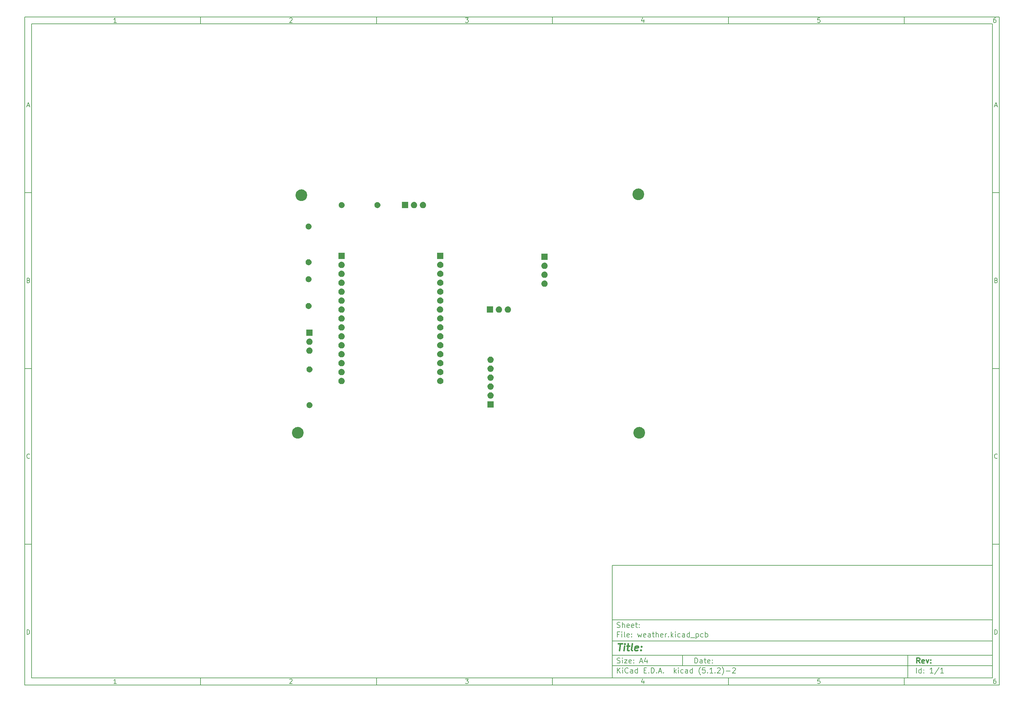
<source format=gts>
G04 #@! TF.GenerationSoftware,KiCad,Pcbnew,(5.1.2)-2*
G04 #@! TF.CreationDate,2019-07-01T23:58:17+07:00*
G04 #@! TF.ProjectId,weather,77656174-6865-4722-9e6b-696361645f70,rev?*
G04 #@! TF.SameCoordinates,Original*
G04 #@! TF.FileFunction,Soldermask,Top*
G04 #@! TF.FilePolarity,Negative*
%FSLAX46Y46*%
G04 Gerber Fmt 4.6, Leading zero omitted, Abs format (unit mm)*
G04 Created by KiCad (PCBNEW (5.1.2)-2) date 2019-07-01 23:58:17*
%MOMM*%
%LPD*%
G04 APERTURE LIST*
%ADD10C,0.100000*%
%ADD11C,0.150000*%
%ADD12C,0.300000*%
%ADD13C,0.400000*%
G04 APERTURE END LIST*
D10*
D11*
X177002200Y-166007200D02*
X177002200Y-198007200D01*
X285002200Y-198007200D01*
X285002200Y-166007200D01*
X177002200Y-166007200D01*
D10*
D11*
X10000000Y-10000000D02*
X10000000Y-200007200D01*
X287002200Y-200007200D01*
X287002200Y-10000000D01*
X10000000Y-10000000D01*
D10*
D11*
X12000000Y-12000000D02*
X12000000Y-198007200D01*
X285002200Y-198007200D01*
X285002200Y-12000000D01*
X12000000Y-12000000D01*
D10*
D11*
X60000000Y-12000000D02*
X60000000Y-10000000D01*
D10*
D11*
X110000000Y-12000000D02*
X110000000Y-10000000D01*
D10*
D11*
X160000000Y-12000000D02*
X160000000Y-10000000D01*
D10*
D11*
X210000000Y-12000000D02*
X210000000Y-10000000D01*
D10*
D11*
X260000000Y-12000000D02*
X260000000Y-10000000D01*
D10*
D11*
X36065476Y-11588095D02*
X35322619Y-11588095D01*
X35694047Y-11588095D02*
X35694047Y-10288095D01*
X35570238Y-10473809D01*
X35446428Y-10597619D01*
X35322619Y-10659523D01*
D10*
D11*
X85322619Y-10411904D02*
X85384523Y-10350000D01*
X85508333Y-10288095D01*
X85817857Y-10288095D01*
X85941666Y-10350000D01*
X86003571Y-10411904D01*
X86065476Y-10535714D01*
X86065476Y-10659523D01*
X86003571Y-10845238D01*
X85260714Y-11588095D01*
X86065476Y-11588095D01*
D10*
D11*
X135260714Y-10288095D02*
X136065476Y-10288095D01*
X135632142Y-10783333D01*
X135817857Y-10783333D01*
X135941666Y-10845238D01*
X136003571Y-10907142D01*
X136065476Y-11030952D01*
X136065476Y-11340476D01*
X136003571Y-11464285D01*
X135941666Y-11526190D01*
X135817857Y-11588095D01*
X135446428Y-11588095D01*
X135322619Y-11526190D01*
X135260714Y-11464285D01*
D10*
D11*
X185941666Y-10721428D02*
X185941666Y-11588095D01*
X185632142Y-10226190D02*
X185322619Y-11154761D01*
X186127380Y-11154761D01*
D10*
D11*
X236003571Y-10288095D02*
X235384523Y-10288095D01*
X235322619Y-10907142D01*
X235384523Y-10845238D01*
X235508333Y-10783333D01*
X235817857Y-10783333D01*
X235941666Y-10845238D01*
X236003571Y-10907142D01*
X236065476Y-11030952D01*
X236065476Y-11340476D01*
X236003571Y-11464285D01*
X235941666Y-11526190D01*
X235817857Y-11588095D01*
X235508333Y-11588095D01*
X235384523Y-11526190D01*
X235322619Y-11464285D01*
D10*
D11*
X285941666Y-10288095D02*
X285694047Y-10288095D01*
X285570238Y-10350000D01*
X285508333Y-10411904D01*
X285384523Y-10597619D01*
X285322619Y-10845238D01*
X285322619Y-11340476D01*
X285384523Y-11464285D01*
X285446428Y-11526190D01*
X285570238Y-11588095D01*
X285817857Y-11588095D01*
X285941666Y-11526190D01*
X286003571Y-11464285D01*
X286065476Y-11340476D01*
X286065476Y-11030952D01*
X286003571Y-10907142D01*
X285941666Y-10845238D01*
X285817857Y-10783333D01*
X285570238Y-10783333D01*
X285446428Y-10845238D01*
X285384523Y-10907142D01*
X285322619Y-11030952D01*
D10*
D11*
X60000000Y-198007200D02*
X60000000Y-200007200D01*
D10*
D11*
X110000000Y-198007200D02*
X110000000Y-200007200D01*
D10*
D11*
X160000000Y-198007200D02*
X160000000Y-200007200D01*
D10*
D11*
X210000000Y-198007200D02*
X210000000Y-200007200D01*
D10*
D11*
X260000000Y-198007200D02*
X260000000Y-200007200D01*
D10*
D11*
X36065476Y-199595295D02*
X35322619Y-199595295D01*
X35694047Y-199595295D02*
X35694047Y-198295295D01*
X35570238Y-198481009D01*
X35446428Y-198604819D01*
X35322619Y-198666723D01*
D10*
D11*
X85322619Y-198419104D02*
X85384523Y-198357200D01*
X85508333Y-198295295D01*
X85817857Y-198295295D01*
X85941666Y-198357200D01*
X86003571Y-198419104D01*
X86065476Y-198542914D01*
X86065476Y-198666723D01*
X86003571Y-198852438D01*
X85260714Y-199595295D01*
X86065476Y-199595295D01*
D10*
D11*
X135260714Y-198295295D02*
X136065476Y-198295295D01*
X135632142Y-198790533D01*
X135817857Y-198790533D01*
X135941666Y-198852438D01*
X136003571Y-198914342D01*
X136065476Y-199038152D01*
X136065476Y-199347676D01*
X136003571Y-199471485D01*
X135941666Y-199533390D01*
X135817857Y-199595295D01*
X135446428Y-199595295D01*
X135322619Y-199533390D01*
X135260714Y-199471485D01*
D10*
D11*
X185941666Y-198728628D02*
X185941666Y-199595295D01*
X185632142Y-198233390D02*
X185322619Y-199161961D01*
X186127380Y-199161961D01*
D10*
D11*
X236003571Y-198295295D02*
X235384523Y-198295295D01*
X235322619Y-198914342D01*
X235384523Y-198852438D01*
X235508333Y-198790533D01*
X235817857Y-198790533D01*
X235941666Y-198852438D01*
X236003571Y-198914342D01*
X236065476Y-199038152D01*
X236065476Y-199347676D01*
X236003571Y-199471485D01*
X235941666Y-199533390D01*
X235817857Y-199595295D01*
X235508333Y-199595295D01*
X235384523Y-199533390D01*
X235322619Y-199471485D01*
D10*
D11*
X285941666Y-198295295D02*
X285694047Y-198295295D01*
X285570238Y-198357200D01*
X285508333Y-198419104D01*
X285384523Y-198604819D01*
X285322619Y-198852438D01*
X285322619Y-199347676D01*
X285384523Y-199471485D01*
X285446428Y-199533390D01*
X285570238Y-199595295D01*
X285817857Y-199595295D01*
X285941666Y-199533390D01*
X286003571Y-199471485D01*
X286065476Y-199347676D01*
X286065476Y-199038152D01*
X286003571Y-198914342D01*
X285941666Y-198852438D01*
X285817857Y-198790533D01*
X285570238Y-198790533D01*
X285446428Y-198852438D01*
X285384523Y-198914342D01*
X285322619Y-199038152D01*
D10*
D11*
X10000000Y-60000000D02*
X12000000Y-60000000D01*
D10*
D11*
X10000000Y-110000000D02*
X12000000Y-110000000D01*
D10*
D11*
X10000000Y-160000000D02*
X12000000Y-160000000D01*
D10*
D11*
X10690476Y-35216666D02*
X11309523Y-35216666D01*
X10566666Y-35588095D02*
X11000000Y-34288095D01*
X11433333Y-35588095D01*
D10*
D11*
X11092857Y-84907142D02*
X11278571Y-84969047D01*
X11340476Y-85030952D01*
X11402380Y-85154761D01*
X11402380Y-85340476D01*
X11340476Y-85464285D01*
X11278571Y-85526190D01*
X11154761Y-85588095D01*
X10659523Y-85588095D01*
X10659523Y-84288095D01*
X11092857Y-84288095D01*
X11216666Y-84350000D01*
X11278571Y-84411904D01*
X11340476Y-84535714D01*
X11340476Y-84659523D01*
X11278571Y-84783333D01*
X11216666Y-84845238D01*
X11092857Y-84907142D01*
X10659523Y-84907142D01*
D10*
D11*
X11402380Y-135464285D02*
X11340476Y-135526190D01*
X11154761Y-135588095D01*
X11030952Y-135588095D01*
X10845238Y-135526190D01*
X10721428Y-135402380D01*
X10659523Y-135278571D01*
X10597619Y-135030952D01*
X10597619Y-134845238D01*
X10659523Y-134597619D01*
X10721428Y-134473809D01*
X10845238Y-134350000D01*
X11030952Y-134288095D01*
X11154761Y-134288095D01*
X11340476Y-134350000D01*
X11402380Y-134411904D01*
D10*
D11*
X10659523Y-185588095D02*
X10659523Y-184288095D01*
X10969047Y-184288095D01*
X11154761Y-184350000D01*
X11278571Y-184473809D01*
X11340476Y-184597619D01*
X11402380Y-184845238D01*
X11402380Y-185030952D01*
X11340476Y-185278571D01*
X11278571Y-185402380D01*
X11154761Y-185526190D01*
X10969047Y-185588095D01*
X10659523Y-185588095D01*
D10*
D11*
X287002200Y-60000000D02*
X285002200Y-60000000D01*
D10*
D11*
X287002200Y-110000000D02*
X285002200Y-110000000D01*
D10*
D11*
X287002200Y-160000000D02*
X285002200Y-160000000D01*
D10*
D11*
X285692676Y-35216666D02*
X286311723Y-35216666D01*
X285568866Y-35588095D02*
X286002200Y-34288095D01*
X286435533Y-35588095D01*
D10*
D11*
X286095057Y-84907142D02*
X286280771Y-84969047D01*
X286342676Y-85030952D01*
X286404580Y-85154761D01*
X286404580Y-85340476D01*
X286342676Y-85464285D01*
X286280771Y-85526190D01*
X286156961Y-85588095D01*
X285661723Y-85588095D01*
X285661723Y-84288095D01*
X286095057Y-84288095D01*
X286218866Y-84350000D01*
X286280771Y-84411904D01*
X286342676Y-84535714D01*
X286342676Y-84659523D01*
X286280771Y-84783333D01*
X286218866Y-84845238D01*
X286095057Y-84907142D01*
X285661723Y-84907142D01*
D10*
D11*
X286404580Y-135464285D02*
X286342676Y-135526190D01*
X286156961Y-135588095D01*
X286033152Y-135588095D01*
X285847438Y-135526190D01*
X285723628Y-135402380D01*
X285661723Y-135278571D01*
X285599819Y-135030952D01*
X285599819Y-134845238D01*
X285661723Y-134597619D01*
X285723628Y-134473809D01*
X285847438Y-134350000D01*
X286033152Y-134288095D01*
X286156961Y-134288095D01*
X286342676Y-134350000D01*
X286404580Y-134411904D01*
D10*
D11*
X285661723Y-185588095D02*
X285661723Y-184288095D01*
X285971247Y-184288095D01*
X286156961Y-184350000D01*
X286280771Y-184473809D01*
X286342676Y-184597619D01*
X286404580Y-184845238D01*
X286404580Y-185030952D01*
X286342676Y-185278571D01*
X286280771Y-185402380D01*
X286156961Y-185526190D01*
X285971247Y-185588095D01*
X285661723Y-185588095D01*
D10*
D11*
X200434342Y-193785771D02*
X200434342Y-192285771D01*
X200791485Y-192285771D01*
X201005771Y-192357200D01*
X201148628Y-192500057D01*
X201220057Y-192642914D01*
X201291485Y-192928628D01*
X201291485Y-193142914D01*
X201220057Y-193428628D01*
X201148628Y-193571485D01*
X201005771Y-193714342D01*
X200791485Y-193785771D01*
X200434342Y-193785771D01*
X202577200Y-193785771D02*
X202577200Y-193000057D01*
X202505771Y-192857200D01*
X202362914Y-192785771D01*
X202077200Y-192785771D01*
X201934342Y-192857200D01*
X202577200Y-193714342D02*
X202434342Y-193785771D01*
X202077200Y-193785771D01*
X201934342Y-193714342D01*
X201862914Y-193571485D01*
X201862914Y-193428628D01*
X201934342Y-193285771D01*
X202077200Y-193214342D01*
X202434342Y-193214342D01*
X202577200Y-193142914D01*
X203077200Y-192785771D02*
X203648628Y-192785771D01*
X203291485Y-192285771D02*
X203291485Y-193571485D01*
X203362914Y-193714342D01*
X203505771Y-193785771D01*
X203648628Y-193785771D01*
X204720057Y-193714342D02*
X204577200Y-193785771D01*
X204291485Y-193785771D01*
X204148628Y-193714342D01*
X204077200Y-193571485D01*
X204077200Y-193000057D01*
X204148628Y-192857200D01*
X204291485Y-192785771D01*
X204577200Y-192785771D01*
X204720057Y-192857200D01*
X204791485Y-193000057D01*
X204791485Y-193142914D01*
X204077200Y-193285771D01*
X205434342Y-193642914D02*
X205505771Y-193714342D01*
X205434342Y-193785771D01*
X205362914Y-193714342D01*
X205434342Y-193642914D01*
X205434342Y-193785771D01*
X205434342Y-192857200D02*
X205505771Y-192928628D01*
X205434342Y-193000057D01*
X205362914Y-192928628D01*
X205434342Y-192857200D01*
X205434342Y-193000057D01*
D10*
D11*
X177002200Y-194507200D02*
X285002200Y-194507200D01*
D10*
D11*
X178434342Y-196585771D02*
X178434342Y-195085771D01*
X179291485Y-196585771D02*
X178648628Y-195728628D01*
X179291485Y-195085771D02*
X178434342Y-195942914D01*
X179934342Y-196585771D02*
X179934342Y-195585771D01*
X179934342Y-195085771D02*
X179862914Y-195157200D01*
X179934342Y-195228628D01*
X180005771Y-195157200D01*
X179934342Y-195085771D01*
X179934342Y-195228628D01*
X181505771Y-196442914D02*
X181434342Y-196514342D01*
X181220057Y-196585771D01*
X181077200Y-196585771D01*
X180862914Y-196514342D01*
X180720057Y-196371485D01*
X180648628Y-196228628D01*
X180577200Y-195942914D01*
X180577200Y-195728628D01*
X180648628Y-195442914D01*
X180720057Y-195300057D01*
X180862914Y-195157200D01*
X181077200Y-195085771D01*
X181220057Y-195085771D01*
X181434342Y-195157200D01*
X181505771Y-195228628D01*
X182791485Y-196585771D02*
X182791485Y-195800057D01*
X182720057Y-195657200D01*
X182577200Y-195585771D01*
X182291485Y-195585771D01*
X182148628Y-195657200D01*
X182791485Y-196514342D02*
X182648628Y-196585771D01*
X182291485Y-196585771D01*
X182148628Y-196514342D01*
X182077200Y-196371485D01*
X182077200Y-196228628D01*
X182148628Y-196085771D01*
X182291485Y-196014342D01*
X182648628Y-196014342D01*
X182791485Y-195942914D01*
X184148628Y-196585771D02*
X184148628Y-195085771D01*
X184148628Y-196514342D02*
X184005771Y-196585771D01*
X183720057Y-196585771D01*
X183577200Y-196514342D01*
X183505771Y-196442914D01*
X183434342Y-196300057D01*
X183434342Y-195871485D01*
X183505771Y-195728628D01*
X183577200Y-195657200D01*
X183720057Y-195585771D01*
X184005771Y-195585771D01*
X184148628Y-195657200D01*
X186005771Y-195800057D02*
X186505771Y-195800057D01*
X186720057Y-196585771D02*
X186005771Y-196585771D01*
X186005771Y-195085771D01*
X186720057Y-195085771D01*
X187362914Y-196442914D02*
X187434342Y-196514342D01*
X187362914Y-196585771D01*
X187291485Y-196514342D01*
X187362914Y-196442914D01*
X187362914Y-196585771D01*
X188077200Y-196585771D02*
X188077200Y-195085771D01*
X188434342Y-195085771D01*
X188648628Y-195157200D01*
X188791485Y-195300057D01*
X188862914Y-195442914D01*
X188934342Y-195728628D01*
X188934342Y-195942914D01*
X188862914Y-196228628D01*
X188791485Y-196371485D01*
X188648628Y-196514342D01*
X188434342Y-196585771D01*
X188077200Y-196585771D01*
X189577200Y-196442914D02*
X189648628Y-196514342D01*
X189577200Y-196585771D01*
X189505771Y-196514342D01*
X189577200Y-196442914D01*
X189577200Y-196585771D01*
X190220057Y-196157200D02*
X190934342Y-196157200D01*
X190077200Y-196585771D02*
X190577200Y-195085771D01*
X191077200Y-196585771D01*
X191577200Y-196442914D02*
X191648628Y-196514342D01*
X191577200Y-196585771D01*
X191505771Y-196514342D01*
X191577200Y-196442914D01*
X191577200Y-196585771D01*
X194577200Y-196585771D02*
X194577200Y-195085771D01*
X194720057Y-196014342D02*
X195148628Y-196585771D01*
X195148628Y-195585771D02*
X194577200Y-196157200D01*
X195791485Y-196585771D02*
X195791485Y-195585771D01*
X195791485Y-195085771D02*
X195720057Y-195157200D01*
X195791485Y-195228628D01*
X195862914Y-195157200D01*
X195791485Y-195085771D01*
X195791485Y-195228628D01*
X197148628Y-196514342D02*
X197005771Y-196585771D01*
X196720057Y-196585771D01*
X196577200Y-196514342D01*
X196505771Y-196442914D01*
X196434342Y-196300057D01*
X196434342Y-195871485D01*
X196505771Y-195728628D01*
X196577200Y-195657200D01*
X196720057Y-195585771D01*
X197005771Y-195585771D01*
X197148628Y-195657200D01*
X198434342Y-196585771D02*
X198434342Y-195800057D01*
X198362914Y-195657200D01*
X198220057Y-195585771D01*
X197934342Y-195585771D01*
X197791485Y-195657200D01*
X198434342Y-196514342D02*
X198291485Y-196585771D01*
X197934342Y-196585771D01*
X197791485Y-196514342D01*
X197720057Y-196371485D01*
X197720057Y-196228628D01*
X197791485Y-196085771D01*
X197934342Y-196014342D01*
X198291485Y-196014342D01*
X198434342Y-195942914D01*
X199791485Y-196585771D02*
X199791485Y-195085771D01*
X199791485Y-196514342D02*
X199648628Y-196585771D01*
X199362914Y-196585771D01*
X199220057Y-196514342D01*
X199148628Y-196442914D01*
X199077200Y-196300057D01*
X199077200Y-195871485D01*
X199148628Y-195728628D01*
X199220057Y-195657200D01*
X199362914Y-195585771D01*
X199648628Y-195585771D01*
X199791485Y-195657200D01*
X202077200Y-197157200D02*
X202005771Y-197085771D01*
X201862914Y-196871485D01*
X201791485Y-196728628D01*
X201720057Y-196514342D01*
X201648628Y-196157200D01*
X201648628Y-195871485D01*
X201720057Y-195514342D01*
X201791485Y-195300057D01*
X201862914Y-195157200D01*
X202005771Y-194942914D01*
X202077200Y-194871485D01*
X203362914Y-195085771D02*
X202648628Y-195085771D01*
X202577200Y-195800057D01*
X202648628Y-195728628D01*
X202791485Y-195657200D01*
X203148628Y-195657200D01*
X203291485Y-195728628D01*
X203362914Y-195800057D01*
X203434342Y-195942914D01*
X203434342Y-196300057D01*
X203362914Y-196442914D01*
X203291485Y-196514342D01*
X203148628Y-196585771D01*
X202791485Y-196585771D01*
X202648628Y-196514342D01*
X202577200Y-196442914D01*
X204077200Y-196442914D02*
X204148628Y-196514342D01*
X204077200Y-196585771D01*
X204005771Y-196514342D01*
X204077200Y-196442914D01*
X204077200Y-196585771D01*
X205577200Y-196585771D02*
X204720057Y-196585771D01*
X205148628Y-196585771D02*
X205148628Y-195085771D01*
X205005771Y-195300057D01*
X204862914Y-195442914D01*
X204720057Y-195514342D01*
X206220057Y-196442914D02*
X206291485Y-196514342D01*
X206220057Y-196585771D01*
X206148628Y-196514342D01*
X206220057Y-196442914D01*
X206220057Y-196585771D01*
X206862914Y-195228628D02*
X206934342Y-195157200D01*
X207077200Y-195085771D01*
X207434342Y-195085771D01*
X207577200Y-195157200D01*
X207648628Y-195228628D01*
X207720057Y-195371485D01*
X207720057Y-195514342D01*
X207648628Y-195728628D01*
X206791485Y-196585771D01*
X207720057Y-196585771D01*
X208220057Y-197157200D02*
X208291485Y-197085771D01*
X208434342Y-196871485D01*
X208505771Y-196728628D01*
X208577200Y-196514342D01*
X208648628Y-196157200D01*
X208648628Y-195871485D01*
X208577200Y-195514342D01*
X208505771Y-195300057D01*
X208434342Y-195157200D01*
X208291485Y-194942914D01*
X208220057Y-194871485D01*
X209362914Y-196014342D02*
X210505771Y-196014342D01*
X211148628Y-195228628D02*
X211220057Y-195157200D01*
X211362914Y-195085771D01*
X211720057Y-195085771D01*
X211862914Y-195157200D01*
X211934342Y-195228628D01*
X212005771Y-195371485D01*
X212005771Y-195514342D01*
X211934342Y-195728628D01*
X211077200Y-196585771D01*
X212005771Y-196585771D01*
D10*
D11*
X177002200Y-191507200D02*
X285002200Y-191507200D01*
D10*
D12*
X264411485Y-193785771D02*
X263911485Y-193071485D01*
X263554342Y-193785771D02*
X263554342Y-192285771D01*
X264125771Y-192285771D01*
X264268628Y-192357200D01*
X264340057Y-192428628D01*
X264411485Y-192571485D01*
X264411485Y-192785771D01*
X264340057Y-192928628D01*
X264268628Y-193000057D01*
X264125771Y-193071485D01*
X263554342Y-193071485D01*
X265625771Y-193714342D02*
X265482914Y-193785771D01*
X265197200Y-193785771D01*
X265054342Y-193714342D01*
X264982914Y-193571485D01*
X264982914Y-193000057D01*
X265054342Y-192857200D01*
X265197200Y-192785771D01*
X265482914Y-192785771D01*
X265625771Y-192857200D01*
X265697200Y-193000057D01*
X265697200Y-193142914D01*
X264982914Y-193285771D01*
X266197200Y-192785771D02*
X266554342Y-193785771D01*
X266911485Y-192785771D01*
X267482914Y-193642914D02*
X267554342Y-193714342D01*
X267482914Y-193785771D01*
X267411485Y-193714342D01*
X267482914Y-193642914D01*
X267482914Y-193785771D01*
X267482914Y-192857200D02*
X267554342Y-192928628D01*
X267482914Y-193000057D01*
X267411485Y-192928628D01*
X267482914Y-192857200D01*
X267482914Y-193000057D01*
D10*
D11*
X178362914Y-193714342D02*
X178577200Y-193785771D01*
X178934342Y-193785771D01*
X179077200Y-193714342D01*
X179148628Y-193642914D01*
X179220057Y-193500057D01*
X179220057Y-193357200D01*
X179148628Y-193214342D01*
X179077200Y-193142914D01*
X178934342Y-193071485D01*
X178648628Y-193000057D01*
X178505771Y-192928628D01*
X178434342Y-192857200D01*
X178362914Y-192714342D01*
X178362914Y-192571485D01*
X178434342Y-192428628D01*
X178505771Y-192357200D01*
X178648628Y-192285771D01*
X179005771Y-192285771D01*
X179220057Y-192357200D01*
X179862914Y-193785771D02*
X179862914Y-192785771D01*
X179862914Y-192285771D02*
X179791485Y-192357200D01*
X179862914Y-192428628D01*
X179934342Y-192357200D01*
X179862914Y-192285771D01*
X179862914Y-192428628D01*
X180434342Y-192785771D02*
X181220057Y-192785771D01*
X180434342Y-193785771D01*
X181220057Y-193785771D01*
X182362914Y-193714342D02*
X182220057Y-193785771D01*
X181934342Y-193785771D01*
X181791485Y-193714342D01*
X181720057Y-193571485D01*
X181720057Y-193000057D01*
X181791485Y-192857200D01*
X181934342Y-192785771D01*
X182220057Y-192785771D01*
X182362914Y-192857200D01*
X182434342Y-193000057D01*
X182434342Y-193142914D01*
X181720057Y-193285771D01*
X183077200Y-193642914D02*
X183148628Y-193714342D01*
X183077200Y-193785771D01*
X183005771Y-193714342D01*
X183077200Y-193642914D01*
X183077200Y-193785771D01*
X183077200Y-192857200D02*
X183148628Y-192928628D01*
X183077200Y-193000057D01*
X183005771Y-192928628D01*
X183077200Y-192857200D01*
X183077200Y-193000057D01*
X184862914Y-193357200D02*
X185577200Y-193357200D01*
X184720057Y-193785771D02*
X185220057Y-192285771D01*
X185720057Y-193785771D01*
X186862914Y-192785771D02*
X186862914Y-193785771D01*
X186505771Y-192214342D02*
X186148628Y-193285771D01*
X187077200Y-193285771D01*
D10*
D11*
X263434342Y-196585771D02*
X263434342Y-195085771D01*
X264791485Y-196585771D02*
X264791485Y-195085771D01*
X264791485Y-196514342D02*
X264648628Y-196585771D01*
X264362914Y-196585771D01*
X264220057Y-196514342D01*
X264148628Y-196442914D01*
X264077200Y-196300057D01*
X264077200Y-195871485D01*
X264148628Y-195728628D01*
X264220057Y-195657200D01*
X264362914Y-195585771D01*
X264648628Y-195585771D01*
X264791485Y-195657200D01*
X265505771Y-196442914D02*
X265577200Y-196514342D01*
X265505771Y-196585771D01*
X265434342Y-196514342D01*
X265505771Y-196442914D01*
X265505771Y-196585771D01*
X265505771Y-195657200D02*
X265577200Y-195728628D01*
X265505771Y-195800057D01*
X265434342Y-195728628D01*
X265505771Y-195657200D01*
X265505771Y-195800057D01*
X268148628Y-196585771D02*
X267291485Y-196585771D01*
X267720057Y-196585771D02*
X267720057Y-195085771D01*
X267577200Y-195300057D01*
X267434342Y-195442914D01*
X267291485Y-195514342D01*
X269862914Y-195014342D02*
X268577200Y-196942914D01*
X271148628Y-196585771D02*
X270291485Y-196585771D01*
X270720057Y-196585771D02*
X270720057Y-195085771D01*
X270577200Y-195300057D01*
X270434342Y-195442914D01*
X270291485Y-195514342D01*
D10*
D11*
X177002200Y-187507200D02*
X285002200Y-187507200D01*
D10*
D13*
X178714580Y-188211961D02*
X179857438Y-188211961D01*
X179036009Y-190211961D02*
X179286009Y-188211961D01*
X180274104Y-190211961D02*
X180440771Y-188878628D01*
X180524104Y-188211961D02*
X180416961Y-188307200D01*
X180500295Y-188402438D01*
X180607438Y-188307200D01*
X180524104Y-188211961D01*
X180500295Y-188402438D01*
X181107438Y-188878628D02*
X181869342Y-188878628D01*
X181476485Y-188211961D02*
X181262200Y-189926247D01*
X181333628Y-190116723D01*
X181512200Y-190211961D01*
X181702676Y-190211961D01*
X182655057Y-190211961D02*
X182476485Y-190116723D01*
X182405057Y-189926247D01*
X182619342Y-188211961D01*
X184190771Y-190116723D02*
X183988390Y-190211961D01*
X183607438Y-190211961D01*
X183428866Y-190116723D01*
X183357438Y-189926247D01*
X183452676Y-189164342D01*
X183571723Y-188973866D01*
X183774104Y-188878628D01*
X184155057Y-188878628D01*
X184333628Y-188973866D01*
X184405057Y-189164342D01*
X184381247Y-189354819D01*
X183405057Y-189545295D01*
X185155057Y-190021485D02*
X185238390Y-190116723D01*
X185131247Y-190211961D01*
X185047914Y-190116723D01*
X185155057Y-190021485D01*
X185131247Y-190211961D01*
X185286009Y-188973866D02*
X185369342Y-189069104D01*
X185262200Y-189164342D01*
X185178866Y-189069104D01*
X185286009Y-188973866D01*
X185262200Y-189164342D01*
D10*
D11*
X178934342Y-185600057D02*
X178434342Y-185600057D01*
X178434342Y-186385771D02*
X178434342Y-184885771D01*
X179148628Y-184885771D01*
X179720057Y-186385771D02*
X179720057Y-185385771D01*
X179720057Y-184885771D02*
X179648628Y-184957200D01*
X179720057Y-185028628D01*
X179791485Y-184957200D01*
X179720057Y-184885771D01*
X179720057Y-185028628D01*
X180648628Y-186385771D02*
X180505771Y-186314342D01*
X180434342Y-186171485D01*
X180434342Y-184885771D01*
X181791485Y-186314342D02*
X181648628Y-186385771D01*
X181362914Y-186385771D01*
X181220057Y-186314342D01*
X181148628Y-186171485D01*
X181148628Y-185600057D01*
X181220057Y-185457200D01*
X181362914Y-185385771D01*
X181648628Y-185385771D01*
X181791485Y-185457200D01*
X181862914Y-185600057D01*
X181862914Y-185742914D01*
X181148628Y-185885771D01*
X182505771Y-186242914D02*
X182577200Y-186314342D01*
X182505771Y-186385771D01*
X182434342Y-186314342D01*
X182505771Y-186242914D01*
X182505771Y-186385771D01*
X182505771Y-185457200D02*
X182577200Y-185528628D01*
X182505771Y-185600057D01*
X182434342Y-185528628D01*
X182505771Y-185457200D01*
X182505771Y-185600057D01*
X184220057Y-185385771D02*
X184505771Y-186385771D01*
X184791485Y-185671485D01*
X185077200Y-186385771D01*
X185362914Y-185385771D01*
X186505771Y-186314342D02*
X186362914Y-186385771D01*
X186077200Y-186385771D01*
X185934342Y-186314342D01*
X185862914Y-186171485D01*
X185862914Y-185600057D01*
X185934342Y-185457200D01*
X186077200Y-185385771D01*
X186362914Y-185385771D01*
X186505771Y-185457200D01*
X186577200Y-185600057D01*
X186577200Y-185742914D01*
X185862914Y-185885771D01*
X187862914Y-186385771D02*
X187862914Y-185600057D01*
X187791485Y-185457200D01*
X187648628Y-185385771D01*
X187362914Y-185385771D01*
X187220057Y-185457200D01*
X187862914Y-186314342D02*
X187720057Y-186385771D01*
X187362914Y-186385771D01*
X187220057Y-186314342D01*
X187148628Y-186171485D01*
X187148628Y-186028628D01*
X187220057Y-185885771D01*
X187362914Y-185814342D01*
X187720057Y-185814342D01*
X187862914Y-185742914D01*
X188362914Y-185385771D02*
X188934342Y-185385771D01*
X188577200Y-184885771D02*
X188577200Y-186171485D01*
X188648628Y-186314342D01*
X188791485Y-186385771D01*
X188934342Y-186385771D01*
X189434342Y-186385771D02*
X189434342Y-184885771D01*
X190077200Y-186385771D02*
X190077200Y-185600057D01*
X190005771Y-185457200D01*
X189862914Y-185385771D01*
X189648628Y-185385771D01*
X189505771Y-185457200D01*
X189434342Y-185528628D01*
X191362914Y-186314342D02*
X191220057Y-186385771D01*
X190934342Y-186385771D01*
X190791485Y-186314342D01*
X190720057Y-186171485D01*
X190720057Y-185600057D01*
X190791485Y-185457200D01*
X190934342Y-185385771D01*
X191220057Y-185385771D01*
X191362914Y-185457200D01*
X191434342Y-185600057D01*
X191434342Y-185742914D01*
X190720057Y-185885771D01*
X192077200Y-186385771D02*
X192077200Y-185385771D01*
X192077200Y-185671485D02*
X192148628Y-185528628D01*
X192220057Y-185457200D01*
X192362914Y-185385771D01*
X192505771Y-185385771D01*
X193005771Y-186242914D02*
X193077200Y-186314342D01*
X193005771Y-186385771D01*
X192934342Y-186314342D01*
X193005771Y-186242914D01*
X193005771Y-186385771D01*
X193720057Y-186385771D02*
X193720057Y-184885771D01*
X193862914Y-185814342D02*
X194291485Y-186385771D01*
X194291485Y-185385771D02*
X193720057Y-185957200D01*
X194934342Y-186385771D02*
X194934342Y-185385771D01*
X194934342Y-184885771D02*
X194862914Y-184957200D01*
X194934342Y-185028628D01*
X195005771Y-184957200D01*
X194934342Y-184885771D01*
X194934342Y-185028628D01*
X196291485Y-186314342D02*
X196148628Y-186385771D01*
X195862914Y-186385771D01*
X195720057Y-186314342D01*
X195648628Y-186242914D01*
X195577200Y-186100057D01*
X195577200Y-185671485D01*
X195648628Y-185528628D01*
X195720057Y-185457200D01*
X195862914Y-185385771D01*
X196148628Y-185385771D01*
X196291485Y-185457200D01*
X197577200Y-186385771D02*
X197577200Y-185600057D01*
X197505771Y-185457200D01*
X197362914Y-185385771D01*
X197077200Y-185385771D01*
X196934342Y-185457200D01*
X197577200Y-186314342D02*
X197434342Y-186385771D01*
X197077200Y-186385771D01*
X196934342Y-186314342D01*
X196862914Y-186171485D01*
X196862914Y-186028628D01*
X196934342Y-185885771D01*
X197077200Y-185814342D01*
X197434342Y-185814342D01*
X197577200Y-185742914D01*
X198934342Y-186385771D02*
X198934342Y-184885771D01*
X198934342Y-186314342D02*
X198791485Y-186385771D01*
X198505771Y-186385771D01*
X198362914Y-186314342D01*
X198291485Y-186242914D01*
X198220057Y-186100057D01*
X198220057Y-185671485D01*
X198291485Y-185528628D01*
X198362914Y-185457200D01*
X198505771Y-185385771D01*
X198791485Y-185385771D01*
X198934342Y-185457200D01*
X199291485Y-186528628D02*
X200434342Y-186528628D01*
X200791485Y-185385771D02*
X200791485Y-186885771D01*
X200791485Y-185457200D02*
X200934342Y-185385771D01*
X201220057Y-185385771D01*
X201362914Y-185457200D01*
X201434342Y-185528628D01*
X201505771Y-185671485D01*
X201505771Y-186100057D01*
X201434342Y-186242914D01*
X201362914Y-186314342D01*
X201220057Y-186385771D01*
X200934342Y-186385771D01*
X200791485Y-186314342D01*
X202791485Y-186314342D02*
X202648628Y-186385771D01*
X202362914Y-186385771D01*
X202220057Y-186314342D01*
X202148628Y-186242914D01*
X202077200Y-186100057D01*
X202077200Y-185671485D01*
X202148628Y-185528628D01*
X202220057Y-185457200D01*
X202362914Y-185385771D01*
X202648628Y-185385771D01*
X202791485Y-185457200D01*
X203434342Y-186385771D02*
X203434342Y-184885771D01*
X203434342Y-185457200D02*
X203577200Y-185385771D01*
X203862914Y-185385771D01*
X204005771Y-185457200D01*
X204077200Y-185528628D01*
X204148628Y-185671485D01*
X204148628Y-186100057D01*
X204077200Y-186242914D01*
X204005771Y-186314342D01*
X203862914Y-186385771D01*
X203577200Y-186385771D01*
X203434342Y-186314342D01*
D10*
D11*
X177002200Y-181507200D02*
X285002200Y-181507200D01*
D10*
D11*
X178362914Y-183614342D02*
X178577200Y-183685771D01*
X178934342Y-183685771D01*
X179077200Y-183614342D01*
X179148628Y-183542914D01*
X179220057Y-183400057D01*
X179220057Y-183257200D01*
X179148628Y-183114342D01*
X179077200Y-183042914D01*
X178934342Y-182971485D01*
X178648628Y-182900057D01*
X178505771Y-182828628D01*
X178434342Y-182757200D01*
X178362914Y-182614342D01*
X178362914Y-182471485D01*
X178434342Y-182328628D01*
X178505771Y-182257200D01*
X178648628Y-182185771D01*
X179005771Y-182185771D01*
X179220057Y-182257200D01*
X179862914Y-183685771D02*
X179862914Y-182185771D01*
X180505771Y-183685771D02*
X180505771Y-182900057D01*
X180434342Y-182757200D01*
X180291485Y-182685771D01*
X180077200Y-182685771D01*
X179934342Y-182757200D01*
X179862914Y-182828628D01*
X181791485Y-183614342D02*
X181648628Y-183685771D01*
X181362914Y-183685771D01*
X181220057Y-183614342D01*
X181148628Y-183471485D01*
X181148628Y-182900057D01*
X181220057Y-182757200D01*
X181362914Y-182685771D01*
X181648628Y-182685771D01*
X181791485Y-182757200D01*
X181862914Y-182900057D01*
X181862914Y-183042914D01*
X181148628Y-183185771D01*
X183077200Y-183614342D02*
X182934342Y-183685771D01*
X182648628Y-183685771D01*
X182505771Y-183614342D01*
X182434342Y-183471485D01*
X182434342Y-182900057D01*
X182505771Y-182757200D01*
X182648628Y-182685771D01*
X182934342Y-182685771D01*
X183077200Y-182757200D01*
X183148628Y-182900057D01*
X183148628Y-183042914D01*
X182434342Y-183185771D01*
X183577200Y-182685771D02*
X184148628Y-182685771D01*
X183791485Y-182185771D02*
X183791485Y-183471485D01*
X183862914Y-183614342D01*
X184005771Y-183685771D01*
X184148628Y-183685771D01*
X184648628Y-183542914D02*
X184720057Y-183614342D01*
X184648628Y-183685771D01*
X184577200Y-183614342D01*
X184648628Y-183542914D01*
X184648628Y-183685771D01*
X184648628Y-182757200D02*
X184720057Y-182828628D01*
X184648628Y-182900057D01*
X184577200Y-182828628D01*
X184648628Y-182757200D01*
X184648628Y-182900057D01*
D10*
D11*
X197002200Y-191507200D02*
X197002200Y-194507200D01*
D10*
D11*
X261002200Y-191507200D02*
X261002200Y-198007200D01*
D10*
G36*
X185033256Y-126661298D02*
G01*
X185139579Y-126682447D01*
X185440042Y-126806903D01*
X185710451Y-126987585D01*
X185940415Y-127217549D01*
X186121097Y-127487958D01*
X186245553Y-127788421D01*
X186309000Y-128107391D01*
X186309000Y-128432609D01*
X186245553Y-128751579D01*
X186121097Y-129052042D01*
X185940415Y-129322451D01*
X185710451Y-129552415D01*
X185440042Y-129733097D01*
X185139579Y-129857553D01*
X185033256Y-129878702D01*
X184820611Y-129921000D01*
X184495389Y-129921000D01*
X184282744Y-129878702D01*
X184176421Y-129857553D01*
X183875958Y-129733097D01*
X183605549Y-129552415D01*
X183375585Y-129322451D01*
X183194903Y-129052042D01*
X183070447Y-128751579D01*
X183007000Y-128432609D01*
X183007000Y-128107391D01*
X183070447Y-127788421D01*
X183194903Y-127487958D01*
X183375585Y-127217549D01*
X183605549Y-126987585D01*
X183875958Y-126806903D01*
X184176421Y-126682447D01*
X184282744Y-126661298D01*
X184495389Y-126619000D01*
X184820611Y-126619000D01*
X185033256Y-126661298D01*
X185033256Y-126661298D01*
G37*
G36*
X88005256Y-126661298D02*
G01*
X88111579Y-126682447D01*
X88412042Y-126806903D01*
X88682451Y-126987585D01*
X88912415Y-127217549D01*
X89093097Y-127487958D01*
X89217553Y-127788421D01*
X89281000Y-128107391D01*
X89281000Y-128432609D01*
X89217553Y-128751579D01*
X89093097Y-129052042D01*
X88912415Y-129322451D01*
X88682451Y-129552415D01*
X88412042Y-129733097D01*
X88111579Y-129857553D01*
X88005256Y-129878702D01*
X87792611Y-129921000D01*
X87467389Y-129921000D01*
X87254744Y-129878702D01*
X87148421Y-129857553D01*
X86847958Y-129733097D01*
X86577549Y-129552415D01*
X86347585Y-129322451D01*
X86166903Y-129052042D01*
X86042447Y-128751579D01*
X85979000Y-128432609D01*
X85979000Y-128107391D01*
X86042447Y-127788421D01*
X86166903Y-127487958D01*
X86347585Y-127217549D01*
X86577549Y-126987585D01*
X86847958Y-126806903D01*
X87148421Y-126682447D01*
X87254744Y-126661298D01*
X87467389Y-126619000D01*
X87792611Y-126619000D01*
X88005256Y-126661298D01*
X88005256Y-126661298D01*
G37*
G36*
X91180228Y-119577703D02*
G01*
X91335100Y-119641853D01*
X91474481Y-119734985D01*
X91593015Y-119853519D01*
X91686147Y-119992900D01*
X91750297Y-120147772D01*
X91783000Y-120312184D01*
X91783000Y-120479816D01*
X91750297Y-120644228D01*
X91686147Y-120799100D01*
X91593015Y-120938481D01*
X91474481Y-121057015D01*
X91335100Y-121150147D01*
X91180228Y-121214297D01*
X91015816Y-121247000D01*
X90848184Y-121247000D01*
X90683772Y-121214297D01*
X90528900Y-121150147D01*
X90389519Y-121057015D01*
X90270985Y-120938481D01*
X90177853Y-120799100D01*
X90113703Y-120644228D01*
X90081000Y-120479816D01*
X90081000Y-120312184D01*
X90113703Y-120147772D01*
X90177853Y-119992900D01*
X90270985Y-119853519D01*
X90389519Y-119734985D01*
X90528900Y-119641853D01*
X90683772Y-119577703D01*
X90848184Y-119545000D01*
X91015816Y-119545000D01*
X91180228Y-119577703D01*
X91180228Y-119577703D01*
G37*
G36*
X143297952Y-121093000D02*
G01*
X141495952Y-121093000D01*
X141495952Y-119291000D01*
X143297952Y-119291000D01*
X143297952Y-121093000D01*
X143297952Y-121093000D01*
G37*
G36*
X142507394Y-116757518D02*
G01*
X142573579Y-116764037D01*
X142743418Y-116815557D01*
X142899943Y-116899222D01*
X142935681Y-116928552D01*
X143037138Y-117011814D01*
X143120400Y-117113271D01*
X143149730Y-117149009D01*
X143233395Y-117305534D01*
X143284915Y-117475373D01*
X143302311Y-117652000D01*
X143284915Y-117828627D01*
X143233395Y-117998466D01*
X143149730Y-118154991D01*
X143120400Y-118190729D01*
X143037138Y-118292186D01*
X142935681Y-118375448D01*
X142899943Y-118404778D01*
X142743418Y-118488443D01*
X142573579Y-118539963D01*
X142507394Y-118546482D01*
X142441212Y-118553000D01*
X142352692Y-118553000D01*
X142286510Y-118546482D01*
X142220325Y-118539963D01*
X142050486Y-118488443D01*
X141893961Y-118404778D01*
X141858223Y-118375448D01*
X141756766Y-118292186D01*
X141673504Y-118190729D01*
X141644174Y-118154991D01*
X141560509Y-117998466D01*
X141508989Y-117828627D01*
X141491593Y-117652000D01*
X141508989Y-117475373D01*
X141560509Y-117305534D01*
X141644174Y-117149009D01*
X141673504Y-117113271D01*
X141756766Y-117011814D01*
X141858223Y-116928552D01*
X141893961Y-116899222D01*
X142050486Y-116815557D01*
X142220325Y-116764037D01*
X142286510Y-116757518D01*
X142352692Y-116751000D01*
X142441212Y-116751000D01*
X142507394Y-116757518D01*
X142507394Y-116757518D01*
G37*
G36*
X142507395Y-114217519D02*
G01*
X142573579Y-114224037D01*
X142743418Y-114275557D01*
X142899943Y-114359222D01*
X142930673Y-114384442D01*
X143037138Y-114471814D01*
X143120400Y-114573271D01*
X143149730Y-114609009D01*
X143233395Y-114765534D01*
X143284915Y-114935373D01*
X143302311Y-115112000D01*
X143284915Y-115288627D01*
X143233395Y-115458466D01*
X143149730Y-115614991D01*
X143120400Y-115650729D01*
X143037138Y-115752186D01*
X142935681Y-115835448D01*
X142899943Y-115864778D01*
X142743418Y-115948443D01*
X142573579Y-115999963D01*
X142507395Y-116006481D01*
X142441212Y-116013000D01*
X142352692Y-116013000D01*
X142286509Y-116006481D01*
X142220325Y-115999963D01*
X142050486Y-115948443D01*
X141893961Y-115864778D01*
X141858223Y-115835448D01*
X141756766Y-115752186D01*
X141673504Y-115650729D01*
X141644174Y-115614991D01*
X141560509Y-115458466D01*
X141508989Y-115288627D01*
X141491593Y-115112000D01*
X141508989Y-114935373D01*
X141560509Y-114765534D01*
X141644174Y-114609009D01*
X141673504Y-114573271D01*
X141756766Y-114471814D01*
X141863231Y-114384442D01*
X141893961Y-114359222D01*
X142050486Y-114275557D01*
X142220325Y-114224037D01*
X142286509Y-114217519D01*
X142352692Y-114211000D01*
X142441212Y-114211000D01*
X142507395Y-114217519D01*
X142507395Y-114217519D01*
G37*
G36*
X100156442Y-112653518D02*
G01*
X100222627Y-112660037D01*
X100392466Y-112711557D01*
X100548991Y-112795222D01*
X100584729Y-112824552D01*
X100686186Y-112907814D01*
X100769448Y-113009271D01*
X100798778Y-113045009D01*
X100882443Y-113201534D01*
X100933963Y-113371373D01*
X100951359Y-113548000D01*
X100933963Y-113724627D01*
X100882443Y-113894466D01*
X100798778Y-114050991D01*
X100769448Y-114086729D01*
X100686186Y-114188186D01*
X100584729Y-114271448D01*
X100548991Y-114300778D01*
X100392466Y-114384443D01*
X100222627Y-114435963D01*
X100156443Y-114442481D01*
X100090260Y-114449000D01*
X100001740Y-114449000D01*
X99935557Y-114442481D01*
X99869373Y-114435963D01*
X99699534Y-114384443D01*
X99543009Y-114300778D01*
X99507271Y-114271448D01*
X99405814Y-114188186D01*
X99322552Y-114086729D01*
X99293222Y-114050991D01*
X99209557Y-113894466D01*
X99158037Y-113724627D01*
X99140641Y-113548000D01*
X99158037Y-113371373D01*
X99209557Y-113201534D01*
X99293222Y-113045009D01*
X99322552Y-113009271D01*
X99405814Y-112907814D01*
X99507271Y-112824552D01*
X99543009Y-112795222D01*
X99699534Y-112711557D01*
X99869373Y-112660037D01*
X99935558Y-112653518D01*
X100001740Y-112647000D01*
X100090260Y-112647000D01*
X100156442Y-112653518D01*
X100156442Y-112653518D01*
G37*
G36*
X128216443Y-112633519D02*
G01*
X128282627Y-112640037D01*
X128452466Y-112691557D01*
X128608991Y-112775222D01*
X128633361Y-112795222D01*
X128746186Y-112887814D01*
X128829448Y-112989271D01*
X128858778Y-113025009D01*
X128942443Y-113181534D01*
X128993963Y-113351373D01*
X129011359Y-113528000D01*
X128993963Y-113704627D01*
X128942443Y-113874466D01*
X128858778Y-114030991D01*
X128842366Y-114050989D01*
X128746186Y-114168186D01*
X128678130Y-114224037D01*
X128608991Y-114280778D01*
X128452466Y-114364443D01*
X128282627Y-114415963D01*
X128216442Y-114422482D01*
X128150260Y-114429000D01*
X128061740Y-114429000D01*
X127995558Y-114422482D01*
X127929373Y-114415963D01*
X127759534Y-114364443D01*
X127603009Y-114280778D01*
X127533870Y-114224037D01*
X127465814Y-114168186D01*
X127369634Y-114050989D01*
X127353222Y-114030991D01*
X127269557Y-113874466D01*
X127218037Y-113704627D01*
X127200641Y-113528000D01*
X127218037Y-113351373D01*
X127269557Y-113181534D01*
X127353222Y-113025009D01*
X127382552Y-112989271D01*
X127465814Y-112887814D01*
X127578639Y-112795222D01*
X127603009Y-112775222D01*
X127759534Y-112691557D01*
X127929373Y-112640037D01*
X127995557Y-112633519D01*
X128061740Y-112627000D01*
X128150260Y-112627000D01*
X128216443Y-112633519D01*
X128216443Y-112633519D01*
G37*
G36*
X142507395Y-111677519D02*
G01*
X142573579Y-111684037D01*
X142743418Y-111735557D01*
X142899943Y-111819222D01*
X142930673Y-111844442D01*
X143037138Y-111931814D01*
X143120400Y-112033271D01*
X143149730Y-112069009D01*
X143233395Y-112225534D01*
X143284915Y-112395373D01*
X143302311Y-112572000D01*
X143284915Y-112748627D01*
X143233395Y-112918466D01*
X143149730Y-113074991D01*
X143120400Y-113110729D01*
X143037138Y-113212186D01*
X142935681Y-113295448D01*
X142899943Y-113324778D01*
X142743418Y-113408443D01*
X142573579Y-113459963D01*
X142507395Y-113466481D01*
X142441212Y-113473000D01*
X142352692Y-113473000D01*
X142286509Y-113466481D01*
X142220325Y-113459963D01*
X142050486Y-113408443D01*
X141893961Y-113324778D01*
X141858223Y-113295448D01*
X141756766Y-113212186D01*
X141673504Y-113110729D01*
X141644174Y-113074991D01*
X141560509Y-112918466D01*
X141508989Y-112748627D01*
X141491593Y-112572000D01*
X141508989Y-112395373D01*
X141560509Y-112225534D01*
X141644174Y-112069009D01*
X141673504Y-112033271D01*
X141756766Y-111931814D01*
X141863231Y-111844442D01*
X141893961Y-111819222D01*
X142050486Y-111735557D01*
X142220325Y-111684037D01*
X142286509Y-111677519D01*
X142352692Y-111671000D01*
X142441212Y-111671000D01*
X142507395Y-111677519D01*
X142507395Y-111677519D01*
G37*
G36*
X100156442Y-110113518D02*
G01*
X100222627Y-110120037D01*
X100392466Y-110171557D01*
X100548991Y-110255222D01*
X100584729Y-110284552D01*
X100686186Y-110367814D01*
X100769448Y-110469271D01*
X100798778Y-110505009D01*
X100882443Y-110661534D01*
X100933963Y-110831373D01*
X100951359Y-111008000D01*
X100933963Y-111184627D01*
X100882443Y-111354466D01*
X100798778Y-111510991D01*
X100769448Y-111546729D01*
X100686186Y-111648186D01*
X100584729Y-111731448D01*
X100548991Y-111760778D01*
X100392466Y-111844443D01*
X100222627Y-111895963D01*
X100156442Y-111902482D01*
X100090260Y-111909000D01*
X100001740Y-111909000D01*
X99935558Y-111902482D01*
X99869373Y-111895963D01*
X99699534Y-111844443D01*
X99543009Y-111760778D01*
X99507271Y-111731448D01*
X99405814Y-111648186D01*
X99322552Y-111546729D01*
X99293222Y-111510991D01*
X99209557Y-111354466D01*
X99158037Y-111184627D01*
X99140641Y-111008000D01*
X99158037Y-110831373D01*
X99209557Y-110661534D01*
X99293222Y-110505009D01*
X99322552Y-110469271D01*
X99405814Y-110367814D01*
X99507271Y-110284552D01*
X99543009Y-110255222D01*
X99699534Y-110171557D01*
X99869373Y-110120037D01*
X99935558Y-110113518D01*
X100001740Y-110107000D01*
X100090260Y-110107000D01*
X100156442Y-110113518D01*
X100156442Y-110113518D01*
G37*
G36*
X128216443Y-110093519D02*
G01*
X128282627Y-110100037D01*
X128452466Y-110151557D01*
X128608991Y-110235222D01*
X128633361Y-110255222D01*
X128746186Y-110347814D01*
X128829448Y-110449271D01*
X128858778Y-110485009D01*
X128942443Y-110641534D01*
X128993963Y-110811373D01*
X129011359Y-110988000D01*
X128993963Y-111164627D01*
X128942443Y-111334466D01*
X128858778Y-111490991D01*
X128842366Y-111510989D01*
X128746186Y-111628186D01*
X128678130Y-111684037D01*
X128608991Y-111740778D01*
X128452466Y-111824443D01*
X128282627Y-111875963D01*
X128216443Y-111882481D01*
X128150260Y-111889000D01*
X128061740Y-111889000D01*
X127995557Y-111882481D01*
X127929373Y-111875963D01*
X127759534Y-111824443D01*
X127603009Y-111740778D01*
X127533870Y-111684037D01*
X127465814Y-111628186D01*
X127369634Y-111510989D01*
X127353222Y-111490991D01*
X127269557Y-111334466D01*
X127218037Y-111164627D01*
X127200641Y-110988000D01*
X127218037Y-110811373D01*
X127269557Y-110641534D01*
X127353222Y-110485009D01*
X127382552Y-110449271D01*
X127465814Y-110347814D01*
X127578639Y-110255222D01*
X127603009Y-110235222D01*
X127759534Y-110151557D01*
X127929373Y-110100037D01*
X127995557Y-110093519D01*
X128061740Y-110087000D01*
X128150260Y-110087000D01*
X128216443Y-110093519D01*
X128216443Y-110093519D01*
G37*
G36*
X91098823Y-109397313D02*
G01*
X91259242Y-109445976D01*
X91391906Y-109516886D01*
X91407078Y-109524996D01*
X91536659Y-109631341D01*
X91643004Y-109760922D01*
X91643005Y-109760924D01*
X91722024Y-109908758D01*
X91770687Y-110069177D01*
X91787117Y-110236000D01*
X91770687Y-110402823D01*
X91722024Y-110563242D01*
X91680177Y-110641532D01*
X91643004Y-110711078D01*
X91536659Y-110840659D01*
X91407078Y-110947004D01*
X91407076Y-110947005D01*
X91259242Y-111026024D01*
X91098823Y-111074687D01*
X90973804Y-111087000D01*
X90890196Y-111087000D01*
X90765177Y-111074687D01*
X90604758Y-111026024D01*
X90456924Y-110947005D01*
X90456922Y-110947004D01*
X90327341Y-110840659D01*
X90220996Y-110711078D01*
X90183823Y-110641532D01*
X90141976Y-110563242D01*
X90093313Y-110402823D01*
X90076883Y-110236000D01*
X90093313Y-110069177D01*
X90141976Y-109908758D01*
X90220995Y-109760924D01*
X90220996Y-109760922D01*
X90327341Y-109631341D01*
X90456922Y-109524996D01*
X90472094Y-109516886D01*
X90604758Y-109445976D01*
X90765177Y-109397313D01*
X90890196Y-109385000D01*
X90973804Y-109385000D01*
X91098823Y-109397313D01*
X91098823Y-109397313D01*
G37*
G36*
X142507395Y-109137519D02*
G01*
X142573579Y-109144037D01*
X142743418Y-109195557D01*
X142899943Y-109279222D01*
X142930673Y-109304442D01*
X143037138Y-109391814D01*
X143120400Y-109493271D01*
X143149730Y-109529009D01*
X143233395Y-109685534D01*
X143284915Y-109855373D01*
X143302311Y-110032000D01*
X143284915Y-110208627D01*
X143233395Y-110378466D01*
X143149730Y-110534991D01*
X143126547Y-110563239D01*
X143037138Y-110672186D01*
X142935681Y-110755448D01*
X142899943Y-110784778D01*
X142743418Y-110868443D01*
X142573579Y-110919963D01*
X142507395Y-110926481D01*
X142441212Y-110933000D01*
X142352692Y-110933000D01*
X142286509Y-110926481D01*
X142220325Y-110919963D01*
X142050486Y-110868443D01*
X141893961Y-110784778D01*
X141858223Y-110755448D01*
X141756766Y-110672186D01*
X141667357Y-110563239D01*
X141644174Y-110534991D01*
X141560509Y-110378466D01*
X141508989Y-110208627D01*
X141491593Y-110032000D01*
X141508989Y-109855373D01*
X141560509Y-109685534D01*
X141644174Y-109529009D01*
X141673504Y-109493271D01*
X141756766Y-109391814D01*
X141863231Y-109304442D01*
X141893961Y-109279222D01*
X142050486Y-109195557D01*
X142220325Y-109144037D01*
X142286509Y-109137519D01*
X142352692Y-109131000D01*
X142441212Y-109131000D01*
X142507395Y-109137519D01*
X142507395Y-109137519D01*
G37*
G36*
X100156443Y-107573519D02*
G01*
X100222627Y-107580037D01*
X100392466Y-107631557D01*
X100548991Y-107715222D01*
X100584729Y-107744552D01*
X100686186Y-107827814D01*
X100769448Y-107929271D01*
X100798778Y-107965009D01*
X100882443Y-108121534D01*
X100933963Y-108291373D01*
X100951359Y-108468000D01*
X100933963Y-108644627D01*
X100882443Y-108814466D01*
X100798778Y-108970991D01*
X100769448Y-109006729D01*
X100686186Y-109108186D01*
X100584729Y-109191448D01*
X100548991Y-109220778D01*
X100392466Y-109304443D01*
X100222627Y-109355963D01*
X100156442Y-109362482D01*
X100090260Y-109369000D01*
X100001740Y-109369000D01*
X99935558Y-109362482D01*
X99869373Y-109355963D01*
X99699534Y-109304443D01*
X99543009Y-109220778D01*
X99507271Y-109191448D01*
X99405814Y-109108186D01*
X99322552Y-109006729D01*
X99293222Y-108970991D01*
X99209557Y-108814466D01*
X99158037Y-108644627D01*
X99140641Y-108468000D01*
X99158037Y-108291373D01*
X99209557Y-108121534D01*
X99293222Y-107965009D01*
X99322552Y-107929271D01*
X99405814Y-107827814D01*
X99507271Y-107744552D01*
X99543009Y-107715222D01*
X99699534Y-107631557D01*
X99869373Y-107580037D01*
X99935557Y-107573519D01*
X100001740Y-107567000D01*
X100090260Y-107567000D01*
X100156443Y-107573519D01*
X100156443Y-107573519D01*
G37*
G36*
X128216442Y-107553518D02*
G01*
X128282627Y-107560037D01*
X128452466Y-107611557D01*
X128608991Y-107695222D01*
X128633361Y-107715222D01*
X128746186Y-107807814D01*
X128829448Y-107909271D01*
X128858778Y-107945009D01*
X128942443Y-108101534D01*
X128993963Y-108271373D01*
X129011359Y-108448000D01*
X128993963Y-108624627D01*
X128942443Y-108794466D01*
X128858778Y-108950991D01*
X128842366Y-108970989D01*
X128746186Y-109088186D01*
X128678130Y-109144037D01*
X128608991Y-109200778D01*
X128452466Y-109284443D01*
X128282627Y-109335963D01*
X128216443Y-109342481D01*
X128150260Y-109349000D01*
X128061740Y-109349000D01*
X127995557Y-109342481D01*
X127929373Y-109335963D01*
X127759534Y-109284443D01*
X127603009Y-109200778D01*
X127533870Y-109144037D01*
X127465814Y-109088186D01*
X127369634Y-108970989D01*
X127353222Y-108950991D01*
X127269557Y-108794466D01*
X127218037Y-108624627D01*
X127200641Y-108448000D01*
X127218037Y-108271373D01*
X127269557Y-108101534D01*
X127353222Y-107945009D01*
X127382552Y-107909271D01*
X127465814Y-107807814D01*
X127578639Y-107715222D01*
X127603009Y-107695222D01*
X127759534Y-107611557D01*
X127929373Y-107560037D01*
X127995558Y-107553518D01*
X128061740Y-107547000D01*
X128150260Y-107547000D01*
X128216442Y-107553518D01*
X128216442Y-107553518D01*
G37*
G36*
X142507394Y-106597518D02*
G01*
X142573579Y-106604037D01*
X142743418Y-106655557D01*
X142899943Y-106739222D01*
X142930673Y-106764442D01*
X143037138Y-106851814D01*
X143120400Y-106953271D01*
X143149730Y-106989009D01*
X143233395Y-107145534D01*
X143284915Y-107315373D01*
X143302311Y-107492000D01*
X143284915Y-107668627D01*
X143233395Y-107838466D01*
X143149730Y-107994991D01*
X143120400Y-108030729D01*
X143037138Y-108132186D01*
X142935681Y-108215448D01*
X142899943Y-108244778D01*
X142743418Y-108328443D01*
X142573579Y-108379963D01*
X142507395Y-108386481D01*
X142441212Y-108393000D01*
X142352692Y-108393000D01*
X142286509Y-108386481D01*
X142220325Y-108379963D01*
X142050486Y-108328443D01*
X141893961Y-108244778D01*
X141858223Y-108215448D01*
X141756766Y-108132186D01*
X141673504Y-108030729D01*
X141644174Y-107994991D01*
X141560509Y-107838466D01*
X141508989Y-107668627D01*
X141491593Y-107492000D01*
X141508989Y-107315373D01*
X141560509Y-107145534D01*
X141644174Y-106989009D01*
X141673504Y-106953271D01*
X141756766Y-106851814D01*
X141863231Y-106764442D01*
X141893961Y-106739222D01*
X142050486Y-106655557D01*
X142220325Y-106604037D01*
X142286510Y-106597518D01*
X142352692Y-106591000D01*
X142441212Y-106591000D01*
X142507394Y-106597518D01*
X142507394Y-106597518D01*
G37*
G36*
X100156443Y-105033519D02*
G01*
X100222627Y-105040037D01*
X100392466Y-105091557D01*
X100548991Y-105175222D01*
X100584729Y-105204552D01*
X100686186Y-105287814D01*
X100769448Y-105389271D01*
X100798778Y-105425009D01*
X100882443Y-105581534D01*
X100933963Y-105751373D01*
X100951359Y-105928000D01*
X100933963Y-106104627D01*
X100882443Y-106274466D01*
X100798778Y-106430991D01*
X100769448Y-106466729D01*
X100686186Y-106568186D01*
X100584729Y-106651448D01*
X100548991Y-106680778D01*
X100392466Y-106764443D01*
X100222627Y-106815963D01*
X100156442Y-106822482D01*
X100090260Y-106829000D01*
X100001740Y-106829000D01*
X99935558Y-106822482D01*
X99869373Y-106815963D01*
X99699534Y-106764443D01*
X99543009Y-106680778D01*
X99507271Y-106651448D01*
X99405814Y-106568186D01*
X99322552Y-106466729D01*
X99293222Y-106430991D01*
X99209557Y-106274466D01*
X99158037Y-106104627D01*
X99140641Y-105928000D01*
X99158037Y-105751373D01*
X99209557Y-105581534D01*
X99293222Y-105425009D01*
X99322552Y-105389271D01*
X99405814Y-105287814D01*
X99507271Y-105204552D01*
X99543009Y-105175222D01*
X99699534Y-105091557D01*
X99869373Y-105040037D01*
X99935558Y-105033518D01*
X100001740Y-105027000D01*
X100090260Y-105027000D01*
X100156443Y-105033519D01*
X100156443Y-105033519D01*
G37*
G36*
X128216442Y-105013518D02*
G01*
X128282627Y-105020037D01*
X128452466Y-105071557D01*
X128608991Y-105155222D01*
X128633361Y-105175222D01*
X128746186Y-105267814D01*
X128829448Y-105369271D01*
X128858778Y-105405009D01*
X128942443Y-105561534D01*
X128993963Y-105731373D01*
X129011359Y-105908000D01*
X128993963Y-106084627D01*
X128942443Y-106254466D01*
X128858778Y-106410991D01*
X128842366Y-106430989D01*
X128746186Y-106548186D01*
X128678130Y-106604037D01*
X128608991Y-106660778D01*
X128452466Y-106744443D01*
X128282627Y-106795963D01*
X128216443Y-106802481D01*
X128150260Y-106809000D01*
X128061740Y-106809000D01*
X127995557Y-106802481D01*
X127929373Y-106795963D01*
X127759534Y-106744443D01*
X127603009Y-106660778D01*
X127533870Y-106604037D01*
X127465814Y-106548186D01*
X127369634Y-106430989D01*
X127353222Y-106410991D01*
X127269557Y-106254466D01*
X127218037Y-106084627D01*
X127200641Y-105908000D01*
X127218037Y-105731373D01*
X127269557Y-105561534D01*
X127353222Y-105405009D01*
X127382552Y-105369271D01*
X127465814Y-105267814D01*
X127578639Y-105175222D01*
X127603009Y-105155222D01*
X127759534Y-105071557D01*
X127929373Y-105020037D01*
X127995557Y-105013519D01*
X128061740Y-105007000D01*
X128150260Y-105007000D01*
X128216442Y-105013518D01*
X128216442Y-105013518D01*
G37*
G36*
X91042443Y-104007519D02*
G01*
X91108627Y-104014037D01*
X91278466Y-104065557D01*
X91434991Y-104149222D01*
X91470729Y-104178552D01*
X91572186Y-104261814D01*
X91655448Y-104363271D01*
X91684778Y-104399009D01*
X91768443Y-104555534D01*
X91819963Y-104725373D01*
X91837359Y-104902000D01*
X91819963Y-105078627D01*
X91768443Y-105248466D01*
X91684778Y-105404991D01*
X91668348Y-105425011D01*
X91572186Y-105542186D01*
X91470729Y-105625448D01*
X91434991Y-105654778D01*
X91278466Y-105738443D01*
X91108627Y-105789963D01*
X91042442Y-105796482D01*
X90976260Y-105803000D01*
X90887740Y-105803000D01*
X90821558Y-105796482D01*
X90755373Y-105789963D01*
X90585534Y-105738443D01*
X90429009Y-105654778D01*
X90393271Y-105625448D01*
X90291814Y-105542186D01*
X90195652Y-105425011D01*
X90179222Y-105404991D01*
X90095557Y-105248466D01*
X90044037Y-105078627D01*
X90026641Y-104902000D01*
X90044037Y-104725373D01*
X90095557Y-104555534D01*
X90179222Y-104399009D01*
X90208552Y-104363271D01*
X90291814Y-104261814D01*
X90393271Y-104178552D01*
X90429009Y-104149222D01*
X90585534Y-104065557D01*
X90755373Y-104014037D01*
X90821558Y-104007518D01*
X90887740Y-104001000D01*
X90976260Y-104001000D01*
X91042443Y-104007519D01*
X91042443Y-104007519D01*
G37*
G36*
X100156442Y-102493518D02*
G01*
X100222627Y-102500037D01*
X100392466Y-102551557D01*
X100548991Y-102635222D01*
X100584729Y-102664552D01*
X100686186Y-102747814D01*
X100769448Y-102849271D01*
X100798778Y-102885009D01*
X100882443Y-103041534D01*
X100933963Y-103211373D01*
X100951359Y-103388000D01*
X100933963Y-103564627D01*
X100882443Y-103734466D01*
X100798778Y-103890991D01*
X100769448Y-103926729D01*
X100686186Y-104028186D01*
X100584729Y-104111448D01*
X100548991Y-104140778D01*
X100392466Y-104224443D01*
X100222627Y-104275963D01*
X100156443Y-104282481D01*
X100090260Y-104289000D01*
X100001740Y-104289000D01*
X99935557Y-104282481D01*
X99869373Y-104275963D01*
X99699534Y-104224443D01*
X99543009Y-104140778D01*
X99507271Y-104111448D01*
X99405814Y-104028186D01*
X99322552Y-103926729D01*
X99293222Y-103890991D01*
X99209557Y-103734466D01*
X99158037Y-103564627D01*
X99140641Y-103388000D01*
X99158037Y-103211373D01*
X99209557Y-103041534D01*
X99293222Y-102885009D01*
X99322552Y-102849271D01*
X99405814Y-102747814D01*
X99507271Y-102664552D01*
X99543009Y-102635222D01*
X99699534Y-102551557D01*
X99869373Y-102500037D01*
X99935558Y-102493518D01*
X100001740Y-102487000D01*
X100090260Y-102487000D01*
X100156442Y-102493518D01*
X100156442Y-102493518D01*
G37*
G36*
X128216443Y-102473519D02*
G01*
X128282627Y-102480037D01*
X128452466Y-102531557D01*
X128608991Y-102615222D01*
X128633361Y-102635222D01*
X128746186Y-102727814D01*
X128829448Y-102829271D01*
X128858778Y-102865009D01*
X128942443Y-103021534D01*
X128993963Y-103191373D01*
X129011359Y-103368000D01*
X128993963Y-103544627D01*
X128942443Y-103714466D01*
X128858778Y-103870991D01*
X128842366Y-103890989D01*
X128746186Y-104008186D01*
X128644729Y-104091448D01*
X128608991Y-104120778D01*
X128452466Y-104204443D01*
X128282627Y-104255963D01*
X128216442Y-104262482D01*
X128150260Y-104269000D01*
X128061740Y-104269000D01*
X127995558Y-104262482D01*
X127929373Y-104255963D01*
X127759534Y-104204443D01*
X127603009Y-104120778D01*
X127567271Y-104091448D01*
X127465814Y-104008186D01*
X127369634Y-103890989D01*
X127353222Y-103870991D01*
X127269557Y-103714466D01*
X127218037Y-103544627D01*
X127200641Y-103368000D01*
X127218037Y-103191373D01*
X127269557Y-103021534D01*
X127353222Y-102865009D01*
X127382552Y-102829271D01*
X127465814Y-102727814D01*
X127578639Y-102635222D01*
X127603009Y-102615222D01*
X127759534Y-102531557D01*
X127929373Y-102480037D01*
X127995558Y-102473518D01*
X128061740Y-102467000D01*
X128150260Y-102467000D01*
X128216443Y-102473519D01*
X128216443Y-102473519D01*
G37*
G36*
X91042442Y-101467518D02*
G01*
X91108627Y-101474037D01*
X91278466Y-101525557D01*
X91434991Y-101609222D01*
X91470729Y-101638552D01*
X91572186Y-101721814D01*
X91655448Y-101823271D01*
X91684778Y-101859009D01*
X91768443Y-102015534D01*
X91819963Y-102185373D01*
X91837359Y-102362000D01*
X91819963Y-102538627D01*
X91768443Y-102708466D01*
X91684778Y-102864991D01*
X91668348Y-102885011D01*
X91572186Y-103002186D01*
X91470729Y-103085448D01*
X91434991Y-103114778D01*
X91278466Y-103198443D01*
X91108627Y-103249963D01*
X91042442Y-103256482D01*
X90976260Y-103263000D01*
X90887740Y-103263000D01*
X90821558Y-103256482D01*
X90755373Y-103249963D01*
X90585534Y-103198443D01*
X90429009Y-103114778D01*
X90393271Y-103085448D01*
X90291814Y-103002186D01*
X90195652Y-102885011D01*
X90179222Y-102864991D01*
X90095557Y-102708466D01*
X90044037Y-102538627D01*
X90026641Y-102362000D01*
X90044037Y-102185373D01*
X90095557Y-102015534D01*
X90179222Y-101859009D01*
X90208552Y-101823271D01*
X90291814Y-101721814D01*
X90393271Y-101638552D01*
X90429009Y-101609222D01*
X90585534Y-101525557D01*
X90755373Y-101474037D01*
X90821558Y-101467518D01*
X90887740Y-101461000D01*
X90976260Y-101461000D01*
X91042442Y-101467518D01*
X91042442Y-101467518D01*
G37*
G36*
X100156442Y-99953518D02*
G01*
X100222627Y-99960037D01*
X100392466Y-100011557D01*
X100548991Y-100095222D01*
X100584729Y-100124552D01*
X100686186Y-100207814D01*
X100769448Y-100309271D01*
X100798778Y-100345009D01*
X100882443Y-100501534D01*
X100933963Y-100671373D01*
X100951359Y-100848000D01*
X100933963Y-101024627D01*
X100882443Y-101194466D01*
X100798778Y-101350991D01*
X100769448Y-101386729D01*
X100686186Y-101488186D01*
X100584729Y-101571448D01*
X100548991Y-101600778D01*
X100392466Y-101684443D01*
X100222627Y-101735963D01*
X100156442Y-101742482D01*
X100090260Y-101749000D01*
X100001740Y-101749000D01*
X99935558Y-101742482D01*
X99869373Y-101735963D01*
X99699534Y-101684443D01*
X99543009Y-101600778D01*
X99507271Y-101571448D01*
X99405814Y-101488186D01*
X99322552Y-101386729D01*
X99293222Y-101350991D01*
X99209557Y-101194466D01*
X99158037Y-101024627D01*
X99140641Y-100848000D01*
X99158037Y-100671373D01*
X99209557Y-100501534D01*
X99293222Y-100345009D01*
X99322552Y-100309271D01*
X99405814Y-100207814D01*
X99507271Y-100124552D01*
X99543009Y-100095222D01*
X99699534Y-100011557D01*
X99869373Y-99960037D01*
X99935558Y-99953518D01*
X100001740Y-99947000D01*
X100090260Y-99947000D01*
X100156442Y-99953518D01*
X100156442Y-99953518D01*
G37*
G36*
X128216442Y-99933518D02*
G01*
X128282627Y-99940037D01*
X128452466Y-99991557D01*
X128608991Y-100075222D01*
X128633361Y-100095222D01*
X128746186Y-100187814D01*
X128829448Y-100289271D01*
X128858778Y-100325009D01*
X128942443Y-100481534D01*
X128993963Y-100651373D01*
X129011359Y-100828000D01*
X128993963Y-101004627D01*
X128942443Y-101174466D01*
X128858778Y-101330991D01*
X128842366Y-101350989D01*
X128746186Y-101468186D01*
X128644729Y-101551448D01*
X128608991Y-101580778D01*
X128452466Y-101664443D01*
X128282627Y-101715963D01*
X128216442Y-101722482D01*
X128150260Y-101729000D01*
X128061740Y-101729000D01*
X127995557Y-101722481D01*
X127929373Y-101715963D01*
X127759534Y-101664443D01*
X127603009Y-101580778D01*
X127567271Y-101551448D01*
X127465814Y-101468186D01*
X127369634Y-101350989D01*
X127353222Y-101330991D01*
X127269557Y-101174466D01*
X127218037Y-101004627D01*
X127200641Y-100828000D01*
X127218037Y-100651373D01*
X127269557Y-100481534D01*
X127353222Y-100325009D01*
X127382552Y-100289271D01*
X127465814Y-100187814D01*
X127578639Y-100095222D01*
X127603009Y-100075222D01*
X127759534Y-99991557D01*
X127929373Y-99940037D01*
X127995557Y-99933519D01*
X128061740Y-99927000D01*
X128150260Y-99927000D01*
X128216442Y-99933518D01*
X128216442Y-99933518D01*
G37*
G36*
X91833000Y-100723000D02*
G01*
X90031000Y-100723000D01*
X90031000Y-98921000D01*
X91833000Y-98921000D01*
X91833000Y-100723000D01*
X91833000Y-100723000D01*
G37*
G36*
X100156442Y-97413518D02*
G01*
X100222627Y-97420037D01*
X100392466Y-97471557D01*
X100548991Y-97555222D01*
X100584729Y-97584552D01*
X100686186Y-97667814D01*
X100769448Y-97769271D01*
X100798778Y-97805009D01*
X100882443Y-97961534D01*
X100933963Y-98131373D01*
X100951359Y-98308000D01*
X100933963Y-98484627D01*
X100882443Y-98654466D01*
X100798778Y-98810991D01*
X100769448Y-98846729D01*
X100686186Y-98948186D01*
X100584729Y-99031448D01*
X100548991Y-99060778D01*
X100392466Y-99144443D01*
X100222627Y-99195963D01*
X100156442Y-99202482D01*
X100090260Y-99209000D01*
X100001740Y-99209000D01*
X99935558Y-99202482D01*
X99869373Y-99195963D01*
X99699534Y-99144443D01*
X99543009Y-99060778D01*
X99507271Y-99031448D01*
X99405814Y-98948186D01*
X99322552Y-98846729D01*
X99293222Y-98810991D01*
X99209557Y-98654466D01*
X99158037Y-98484627D01*
X99140641Y-98308000D01*
X99158037Y-98131373D01*
X99209557Y-97961534D01*
X99293222Y-97805009D01*
X99322552Y-97769271D01*
X99405814Y-97667814D01*
X99507271Y-97584552D01*
X99543009Y-97555222D01*
X99699534Y-97471557D01*
X99869373Y-97420037D01*
X99935557Y-97413519D01*
X100001740Y-97407000D01*
X100090260Y-97407000D01*
X100156442Y-97413518D01*
X100156442Y-97413518D01*
G37*
G36*
X128216442Y-97393518D02*
G01*
X128282627Y-97400037D01*
X128452466Y-97451557D01*
X128608991Y-97535222D01*
X128633361Y-97555222D01*
X128746186Y-97647814D01*
X128829448Y-97749271D01*
X128858778Y-97785009D01*
X128942443Y-97941534D01*
X128993963Y-98111373D01*
X129011359Y-98288000D01*
X128993963Y-98464627D01*
X128942443Y-98634466D01*
X128858778Y-98790991D01*
X128842366Y-98810989D01*
X128746186Y-98928186D01*
X128644729Y-99011448D01*
X128608991Y-99040778D01*
X128452466Y-99124443D01*
X128282627Y-99175963D01*
X128216442Y-99182482D01*
X128150260Y-99189000D01*
X128061740Y-99189000D01*
X127995558Y-99182482D01*
X127929373Y-99175963D01*
X127759534Y-99124443D01*
X127603009Y-99040778D01*
X127567271Y-99011448D01*
X127465814Y-98928186D01*
X127369634Y-98810989D01*
X127353222Y-98790991D01*
X127269557Y-98634466D01*
X127218037Y-98464627D01*
X127200641Y-98288000D01*
X127218037Y-98111373D01*
X127269557Y-97941534D01*
X127353222Y-97785009D01*
X127382552Y-97749271D01*
X127465814Y-97647814D01*
X127578639Y-97555222D01*
X127603009Y-97535222D01*
X127759534Y-97451557D01*
X127929373Y-97400037D01*
X127995557Y-97393519D01*
X128061740Y-97387000D01*
X128150260Y-97387000D01*
X128216442Y-97393518D01*
X128216442Y-97393518D01*
G37*
G36*
X100156442Y-94873518D02*
G01*
X100222627Y-94880037D01*
X100392466Y-94931557D01*
X100548991Y-95015222D01*
X100584729Y-95044552D01*
X100686186Y-95127814D01*
X100769448Y-95229271D01*
X100798778Y-95265009D01*
X100882443Y-95421534D01*
X100933963Y-95591373D01*
X100951359Y-95768000D01*
X100933963Y-95944627D01*
X100882443Y-96114466D01*
X100798778Y-96270991D01*
X100769448Y-96306729D01*
X100686186Y-96408186D01*
X100584729Y-96491448D01*
X100548991Y-96520778D01*
X100392466Y-96604443D01*
X100222627Y-96655963D01*
X100156442Y-96662482D01*
X100090260Y-96669000D01*
X100001740Y-96669000D01*
X99935557Y-96662481D01*
X99869373Y-96655963D01*
X99699534Y-96604443D01*
X99543009Y-96520778D01*
X99507271Y-96491448D01*
X99405814Y-96408186D01*
X99322552Y-96306729D01*
X99293222Y-96270991D01*
X99209557Y-96114466D01*
X99158037Y-95944627D01*
X99140641Y-95768000D01*
X99158037Y-95591373D01*
X99209557Y-95421534D01*
X99293222Y-95265009D01*
X99322552Y-95229271D01*
X99405814Y-95127814D01*
X99507271Y-95044552D01*
X99543009Y-95015222D01*
X99699534Y-94931557D01*
X99869373Y-94880037D01*
X99935558Y-94873518D01*
X100001740Y-94867000D01*
X100090260Y-94867000D01*
X100156442Y-94873518D01*
X100156442Y-94873518D01*
G37*
G36*
X128216443Y-94853519D02*
G01*
X128282627Y-94860037D01*
X128452466Y-94911557D01*
X128608991Y-94995222D01*
X128633361Y-95015222D01*
X128746186Y-95107814D01*
X128829448Y-95209271D01*
X128858778Y-95245009D01*
X128942443Y-95401534D01*
X128993963Y-95571373D01*
X129011359Y-95748000D01*
X128993963Y-95924627D01*
X128942443Y-96094466D01*
X128858778Y-96250991D01*
X128842366Y-96270989D01*
X128746186Y-96388186D01*
X128644729Y-96471448D01*
X128608991Y-96500778D01*
X128452466Y-96584443D01*
X128282627Y-96635963D01*
X128216442Y-96642482D01*
X128150260Y-96649000D01*
X128061740Y-96649000D01*
X127995558Y-96642482D01*
X127929373Y-96635963D01*
X127759534Y-96584443D01*
X127603009Y-96500778D01*
X127567271Y-96471448D01*
X127465814Y-96388186D01*
X127369634Y-96270989D01*
X127353222Y-96250991D01*
X127269557Y-96094466D01*
X127218037Y-95924627D01*
X127200641Y-95748000D01*
X127218037Y-95571373D01*
X127269557Y-95401534D01*
X127353222Y-95245009D01*
X127382552Y-95209271D01*
X127465814Y-95107814D01*
X127578639Y-95015222D01*
X127603009Y-94995222D01*
X127759534Y-94911557D01*
X127929373Y-94860037D01*
X127995557Y-94853519D01*
X128061740Y-94847000D01*
X128150260Y-94847000D01*
X128216443Y-94853519D01*
X128216443Y-94853519D01*
G37*
G36*
X128156443Y-92333519D02*
G01*
X128222627Y-92340037D01*
X128392466Y-92391557D01*
X128548991Y-92475222D01*
X128584729Y-92504552D01*
X128686186Y-92587814D01*
X128759440Y-92677076D01*
X128798778Y-92725009D01*
X128882443Y-92881534D01*
X128933963Y-93051373D01*
X128951359Y-93228000D01*
X128933963Y-93404627D01*
X128882443Y-93574466D01*
X128798778Y-93730991D01*
X128769448Y-93766729D01*
X128686186Y-93868186D01*
X128584729Y-93951448D01*
X128548991Y-93980778D01*
X128548989Y-93980779D01*
X128411177Y-94054442D01*
X128392466Y-94064443D01*
X128222627Y-94115963D01*
X128156443Y-94122481D01*
X128090260Y-94129000D01*
X128001740Y-94129000D01*
X127935557Y-94122481D01*
X127869373Y-94115963D01*
X127699534Y-94064443D01*
X127680824Y-94054442D01*
X127543011Y-93980779D01*
X127543009Y-93980778D01*
X127507271Y-93951448D01*
X127405814Y-93868186D01*
X127322552Y-93766729D01*
X127293222Y-93730991D01*
X127209557Y-93574466D01*
X127158037Y-93404627D01*
X127140641Y-93228000D01*
X127158037Y-93051373D01*
X127209557Y-92881534D01*
X127293222Y-92725009D01*
X127332560Y-92677076D01*
X127405814Y-92587814D01*
X127507271Y-92504552D01*
X127543009Y-92475222D01*
X127699534Y-92391557D01*
X127869373Y-92340037D01*
X127935557Y-92333519D01*
X128001740Y-92327000D01*
X128090260Y-92327000D01*
X128156443Y-92333519D01*
X128156443Y-92333519D01*
G37*
G36*
X100156443Y-92333519D02*
G01*
X100222627Y-92340037D01*
X100392466Y-92391557D01*
X100548991Y-92475222D01*
X100584729Y-92504552D01*
X100686186Y-92587814D01*
X100759440Y-92677076D01*
X100798778Y-92725009D01*
X100882443Y-92881534D01*
X100933963Y-93051373D01*
X100951359Y-93228000D01*
X100933963Y-93404627D01*
X100882443Y-93574466D01*
X100798778Y-93730991D01*
X100769448Y-93766729D01*
X100686186Y-93868186D01*
X100584729Y-93951448D01*
X100548991Y-93980778D01*
X100548989Y-93980779D01*
X100411177Y-94054442D01*
X100392466Y-94064443D01*
X100222627Y-94115963D01*
X100156443Y-94122481D01*
X100090260Y-94129000D01*
X100001740Y-94129000D01*
X99935557Y-94122481D01*
X99869373Y-94115963D01*
X99699534Y-94064443D01*
X99680824Y-94054442D01*
X99543011Y-93980779D01*
X99543009Y-93980778D01*
X99507271Y-93951448D01*
X99405814Y-93868186D01*
X99322552Y-93766729D01*
X99293222Y-93730991D01*
X99209557Y-93574466D01*
X99158037Y-93404627D01*
X99140641Y-93228000D01*
X99158037Y-93051373D01*
X99209557Y-92881534D01*
X99293222Y-92725009D01*
X99332560Y-92677076D01*
X99405814Y-92587814D01*
X99507271Y-92504552D01*
X99543009Y-92475222D01*
X99699534Y-92391557D01*
X99869373Y-92340037D01*
X99935557Y-92333519D01*
X100001740Y-92327000D01*
X100090260Y-92327000D01*
X100156443Y-92333519D01*
X100156443Y-92333519D01*
G37*
G36*
X143141000Y-94119000D02*
G01*
X141339000Y-94119000D01*
X141339000Y-92317000D01*
X143141000Y-92317000D01*
X143141000Y-94119000D01*
X143141000Y-94119000D01*
G37*
G36*
X147430442Y-92323518D02*
G01*
X147496627Y-92330037D01*
X147666466Y-92381557D01*
X147666468Y-92381558D01*
X147744729Y-92423390D01*
X147822991Y-92465222D01*
X147858729Y-92494552D01*
X147960186Y-92577814D01*
X148041647Y-92677076D01*
X148072778Y-92715009D01*
X148156443Y-92871534D01*
X148207963Y-93041373D01*
X148225359Y-93218000D01*
X148207963Y-93394627D01*
X148156443Y-93564466D01*
X148072778Y-93720991D01*
X148064571Y-93730991D01*
X147960186Y-93858186D01*
X147858729Y-93941448D01*
X147822991Y-93970778D01*
X147666466Y-94054443D01*
X147496627Y-94105963D01*
X147430442Y-94112482D01*
X147364260Y-94119000D01*
X147275740Y-94119000D01*
X147209558Y-94112482D01*
X147143373Y-94105963D01*
X146973534Y-94054443D01*
X146817009Y-93970778D01*
X146781271Y-93941448D01*
X146679814Y-93858186D01*
X146575429Y-93730991D01*
X146567222Y-93720991D01*
X146483557Y-93564466D01*
X146432037Y-93394627D01*
X146414641Y-93218000D01*
X146432037Y-93041373D01*
X146483557Y-92871534D01*
X146567222Y-92715009D01*
X146598353Y-92677076D01*
X146679814Y-92577814D01*
X146781271Y-92494552D01*
X146817009Y-92465222D01*
X146895271Y-92423390D01*
X146973532Y-92381558D01*
X146973534Y-92381557D01*
X147143373Y-92330037D01*
X147209558Y-92323518D01*
X147275740Y-92317000D01*
X147364260Y-92317000D01*
X147430442Y-92323518D01*
X147430442Y-92323518D01*
G37*
G36*
X144890442Y-92323518D02*
G01*
X144956627Y-92330037D01*
X145126466Y-92381557D01*
X145126468Y-92381558D01*
X145204729Y-92423390D01*
X145282991Y-92465222D01*
X145318729Y-92494552D01*
X145420186Y-92577814D01*
X145501647Y-92677076D01*
X145532778Y-92715009D01*
X145616443Y-92871534D01*
X145667963Y-93041373D01*
X145685359Y-93218000D01*
X145667963Y-93394627D01*
X145616443Y-93564466D01*
X145532778Y-93720991D01*
X145524571Y-93730991D01*
X145420186Y-93858186D01*
X145318729Y-93941448D01*
X145282991Y-93970778D01*
X145126466Y-94054443D01*
X144956627Y-94105963D01*
X144890442Y-94112482D01*
X144824260Y-94119000D01*
X144735740Y-94119000D01*
X144669558Y-94112482D01*
X144603373Y-94105963D01*
X144433534Y-94054443D01*
X144277009Y-93970778D01*
X144241271Y-93941448D01*
X144139814Y-93858186D01*
X144035429Y-93730991D01*
X144027222Y-93720991D01*
X143943557Y-93564466D01*
X143892037Y-93394627D01*
X143874641Y-93218000D01*
X143892037Y-93041373D01*
X143943557Y-92871534D01*
X144027222Y-92715009D01*
X144058353Y-92677076D01*
X144139814Y-92577814D01*
X144241271Y-92494552D01*
X144277009Y-92465222D01*
X144355271Y-92423390D01*
X144433532Y-92381558D01*
X144433534Y-92381557D01*
X144603373Y-92330037D01*
X144669558Y-92323518D01*
X144735740Y-92317000D01*
X144824260Y-92317000D01*
X144890442Y-92323518D01*
X144890442Y-92323518D01*
G37*
G36*
X90844823Y-91363313D02*
G01*
X91005242Y-91411976D01*
X91137906Y-91482886D01*
X91153078Y-91490996D01*
X91282659Y-91597341D01*
X91389004Y-91726922D01*
X91389005Y-91726924D01*
X91468024Y-91874758D01*
X91516687Y-92035177D01*
X91533117Y-92202000D01*
X91516687Y-92368823D01*
X91468024Y-92529242D01*
X91436716Y-92587815D01*
X91389004Y-92677078D01*
X91282659Y-92806659D01*
X91153078Y-92913004D01*
X91153076Y-92913005D01*
X91005242Y-92992024D01*
X90844823Y-93040687D01*
X90719804Y-93053000D01*
X90636196Y-93053000D01*
X90511177Y-93040687D01*
X90350758Y-92992024D01*
X90202924Y-92913005D01*
X90202922Y-92913004D01*
X90073341Y-92806659D01*
X89966996Y-92677078D01*
X89919284Y-92587815D01*
X89887976Y-92529242D01*
X89839313Y-92368823D01*
X89822883Y-92202000D01*
X89839313Y-92035177D01*
X89887976Y-91874758D01*
X89966995Y-91726924D01*
X89966996Y-91726922D01*
X90073341Y-91597341D01*
X90202922Y-91490996D01*
X90218094Y-91482886D01*
X90350758Y-91411976D01*
X90511177Y-91363313D01*
X90636196Y-91351000D01*
X90719804Y-91351000D01*
X90844823Y-91363313D01*
X90844823Y-91363313D01*
G37*
G36*
X100156443Y-89793519D02*
G01*
X100222627Y-89800037D01*
X100392466Y-89851557D01*
X100548991Y-89935222D01*
X100584729Y-89964552D01*
X100686186Y-90047814D01*
X100769448Y-90149271D01*
X100798778Y-90185009D01*
X100882443Y-90341534D01*
X100933963Y-90511373D01*
X100951359Y-90688000D01*
X100933963Y-90864627D01*
X100882443Y-91034466D01*
X100798778Y-91190991D01*
X100769448Y-91226729D01*
X100686186Y-91328186D01*
X100584729Y-91411448D01*
X100548991Y-91440778D01*
X100392466Y-91524443D01*
X100222627Y-91575963D01*
X100156442Y-91582482D01*
X100090260Y-91589000D01*
X100001740Y-91589000D01*
X99935558Y-91582482D01*
X99869373Y-91575963D01*
X99699534Y-91524443D01*
X99543009Y-91440778D01*
X99507271Y-91411448D01*
X99405814Y-91328186D01*
X99322552Y-91226729D01*
X99293222Y-91190991D01*
X99209557Y-91034466D01*
X99158037Y-90864627D01*
X99140641Y-90688000D01*
X99158037Y-90511373D01*
X99209557Y-90341534D01*
X99293222Y-90185009D01*
X99322552Y-90149271D01*
X99405814Y-90047814D01*
X99507271Y-89964552D01*
X99543009Y-89935222D01*
X99699534Y-89851557D01*
X99869373Y-89800037D01*
X99935557Y-89793519D01*
X100001740Y-89787000D01*
X100090260Y-89787000D01*
X100156443Y-89793519D01*
X100156443Y-89793519D01*
G37*
G36*
X128216443Y-89773519D02*
G01*
X128282627Y-89780037D01*
X128452466Y-89831557D01*
X128608991Y-89915222D01*
X128633361Y-89935222D01*
X128746186Y-90027814D01*
X128829448Y-90129271D01*
X128858778Y-90165009D01*
X128942443Y-90321534D01*
X128993963Y-90491373D01*
X129011359Y-90668000D01*
X128993963Y-90844627D01*
X128942443Y-91014466D01*
X128858778Y-91170991D01*
X128842366Y-91190989D01*
X128746186Y-91308186D01*
X128679011Y-91363314D01*
X128608991Y-91420778D01*
X128452466Y-91504443D01*
X128282627Y-91555963D01*
X128216443Y-91562481D01*
X128150260Y-91569000D01*
X128061740Y-91569000D01*
X127995557Y-91562481D01*
X127929373Y-91555963D01*
X127759534Y-91504443D01*
X127603009Y-91420778D01*
X127532989Y-91363314D01*
X127465814Y-91308186D01*
X127369634Y-91190989D01*
X127353222Y-91170991D01*
X127269557Y-91014466D01*
X127218037Y-90844627D01*
X127200641Y-90668000D01*
X127218037Y-90491373D01*
X127269557Y-90321534D01*
X127353222Y-90165009D01*
X127382552Y-90129271D01*
X127465814Y-90027814D01*
X127578639Y-89935222D01*
X127603009Y-89915222D01*
X127759534Y-89831557D01*
X127929373Y-89780037D01*
X127995557Y-89773519D01*
X128061740Y-89767000D01*
X128150260Y-89767000D01*
X128216443Y-89773519D01*
X128216443Y-89773519D01*
G37*
G36*
X100156443Y-87253519D02*
G01*
X100222627Y-87260037D01*
X100392466Y-87311557D01*
X100548991Y-87395222D01*
X100584729Y-87424552D01*
X100686186Y-87507814D01*
X100769448Y-87609271D01*
X100798778Y-87645009D01*
X100882443Y-87801534D01*
X100933963Y-87971373D01*
X100951359Y-88148000D01*
X100933963Y-88324627D01*
X100882443Y-88494466D01*
X100798778Y-88650991D01*
X100769448Y-88686729D01*
X100686186Y-88788186D01*
X100584729Y-88871448D01*
X100548991Y-88900778D01*
X100392466Y-88984443D01*
X100222627Y-89035963D01*
X100156442Y-89042482D01*
X100090260Y-89049000D01*
X100001740Y-89049000D01*
X99935558Y-89042482D01*
X99869373Y-89035963D01*
X99699534Y-88984443D01*
X99543009Y-88900778D01*
X99507271Y-88871448D01*
X99405814Y-88788186D01*
X99322552Y-88686729D01*
X99293222Y-88650991D01*
X99209557Y-88494466D01*
X99158037Y-88324627D01*
X99140641Y-88148000D01*
X99158037Y-87971373D01*
X99209557Y-87801534D01*
X99293222Y-87645009D01*
X99322552Y-87609271D01*
X99405814Y-87507814D01*
X99507271Y-87424552D01*
X99543009Y-87395222D01*
X99699534Y-87311557D01*
X99869373Y-87260037D01*
X99935557Y-87253519D01*
X100001740Y-87247000D01*
X100090260Y-87247000D01*
X100156443Y-87253519D01*
X100156443Y-87253519D01*
G37*
G36*
X128216442Y-87233518D02*
G01*
X128282627Y-87240037D01*
X128452466Y-87291557D01*
X128608991Y-87375222D01*
X128633361Y-87395222D01*
X128746186Y-87487814D01*
X128829448Y-87589271D01*
X128858778Y-87625009D01*
X128942443Y-87781534D01*
X128993963Y-87951373D01*
X129011359Y-88128000D01*
X128993963Y-88304627D01*
X128942443Y-88474466D01*
X128858778Y-88630991D01*
X128842366Y-88650989D01*
X128746186Y-88768186D01*
X128644729Y-88851448D01*
X128608991Y-88880778D01*
X128452466Y-88964443D01*
X128282627Y-89015963D01*
X128216442Y-89022482D01*
X128150260Y-89029000D01*
X128061740Y-89029000D01*
X127995558Y-89022482D01*
X127929373Y-89015963D01*
X127759534Y-88964443D01*
X127603009Y-88880778D01*
X127567271Y-88851448D01*
X127465814Y-88768186D01*
X127369634Y-88650989D01*
X127353222Y-88630991D01*
X127269557Y-88474466D01*
X127218037Y-88304627D01*
X127200641Y-88128000D01*
X127218037Y-87951373D01*
X127269557Y-87781534D01*
X127353222Y-87625009D01*
X127382552Y-87589271D01*
X127465814Y-87487814D01*
X127578639Y-87395222D01*
X127603009Y-87375222D01*
X127759534Y-87291557D01*
X127929373Y-87240037D01*
X127995558Y-87233518D01*
X128061740Y-87227000D01*
X128150260Y-87227000D01*
X128216442Y-87233518D01*
X128216442Y-87233518D01*
G37*
G36*
X157844442Y-84957518D02*
G01*
X157910627Y-84964037D01*
X158080466Y-85015557D01*
X158236991Y-85099222D01*
X158267768Y-85124480D01*
X158374186Y-85211814D01*
X158457448Y-85313271D01*
X158486778Y-85349009D01*
X158570443Y-85505534D01*
X158621963Y-85675373D01*
X158639359Y-85852000D01*
X158621963Y-86028627D01*
X158570443Y-86198466D01*
X158486778Y-86354991D01*
X158457448Y-86390729D01*
X158374186Y-86492186D01*
X158272729Y-86575448D01*
X158236991Y-86604778D01*
X158080466Y-86688443D01*
X157910627Y-86739963D01*
X157844443Y-86746481D01*
X157778260Y-86753000D01*
X157689740Y-86753000D01*
X157623557Y-86746481D01*
X157557373Y-86739963D01*
X157387534Y-86688443D01*
X157231009Y-86604778D01*
X157195271Y-86575448D01*
X157093814Y-86492186D01*
X157010552Y-86390729D01*
X156981222Y-86354991D01*
X156897557Y-86198466D01*
X156846037Y-86028627D01*
X156828641Y-85852000D01*
X156846037Y-85675373D01*
X156897557Y-85505534D01*
X156981222Y-85349009D01*
X157010552Y-85313271D01*
X157093814Y-85211814D01*
X157200232Y-85124480D01*
X157231009Y-85099222D01*
X157387534Y-85015557D01*
X157557373Y-84964037D01*
X157623558Y-84957518D01*
X157689740Y-84951000D01*
X157778260Y-84951000D01*
X157844442Y-84957518D01*
X157844442Y-84957518D01*
G37*
G36*
X100156442Y-84713518D02*
G01*
X100222627Y-84720037D01*
X100392466Y-84771557D01*
X100548991Y-84855222D01*
X100584729Y-84884552D01*
X100686186Y-84967814D01*
X100769448Y-85069271D01*
X100798778Y-85105009D01*
X100882443Y-85261534D01*
X100933963Y-85431373D01*
X100951359Y-85608000D01*
X100933963Y-85784627D01*
X100882443Y-85954466D01*
X100798778Y-86110991D01*
X100769448Y-86146729D01*
X100686186Y-86248186D01*
X100584729Y-86331448D01*
X100548991Y-86360778D01*
X100392466Y-86444443D01*
X100222627Y-86495963D01*
X100156443Y-86502481D01*
X100090260Y-86509000D01*
X100001740Y-86509000D01*
X99935557Y-86502481D01*
X99869373Y-86495963D01*
X99699534Y-86444443D01*
X99543009Y-86360778D01*
X99507271Y-86331448D01*
X99405814Y-86248186D01*
X99322552Y-86146729D01*
X99293222Y-86110991D01*
X99209557Y-85954466D01*
X99158037Y-85784627D01*
X99140641Y-85608000D01*
X99158037Y-85431373D01*
X99209557Y-85261534D01*
X99293222Y-85105009D01*
X99322552Y-85069271D01*
X99405814Y-84967814D01*
X99507271Y-84884552D01*
X99543009Y-84855222D01*
X99699534Y-84771557D01*
X99869373Y-84720037D01*
X99935558Y-84713518D01*
X100001740Y-84707000D01*
X100090260Y-84707000D01*
X100156442Y-84713518D01*
X100156442Y-84713518D01*
G37*
G36*
X128216443Y-84693519D02*
G01*
X128282627Y-84700037D01*
X128452466Y-84751557D01*
X128608991Y-84835222D01*
X128633361Y-84855222D01*
X128746186Y-84947814D01*
X128801780Y-85015557D01*
X128858778Y-85085009D01*
X128942443Y-85241534D01*
X128993963Y-85411373D01*
X129011359Y-85588000D01*
X128993963Y-85764627D01*
X128942443Y-85934466D01*
X128858778Y-86090991D01*
X128842366Y-86110989D01*
X128746186Y-86228186D01*
X128644729Y-86311448D01*
X128608991Y-86340778D01*
X128452466Y-86424443D01*
X128282627Y-86475963D01*
X128216442Y-86482482D01*
X128150260Y-86489000D01*
X128061740Y-86489000D01*
X127995558Y-86482482D01*
X127929373Y-86475963D01*
X127759534Y-86424443D01*
X127603009Y-86340778D01*
X127567271Y-86311448D01*
X127465814Y-86228186D01*
X127369634Y-86110989D01*
X127353222Y-86090991D01*
X127269557Y-85934466D01*
X127218037Y-85764627D01*
X127200641Y-85588000D01*
X127218037Y-85411373D01*
X127269557Y-85241534D01*
X127353222Y-85085009D01*
X127410220Y-85015557D01*
X127465814Y-84947814D01*
X127578639Y-84855222D01*
X127603009Y-84835222D01*
X127759534Y-84751557D01*
X127929373Y-84700037D01*
X127995557Y-84693519D01*
X128061740Y-84687000D01*
X128150260Y-84687000D01*
X128216443Y-84693519D01*
X128216443Y-84693519D01*
G37*
G36*
X90926228Y-83763703D02*
G01*
X91081100Y-83827853D01*
X91220481Y-83920985D01*
X91339015Y-84039519D01*
X91432147Y-84178900D01*
X91496297Y-84333772D01*
X91529000Y-84498184D01*
X91529000Y-84665816D01*
X91496297Y-84830228D01*
X91432147Y-84985100D01*
X91339015Y-85124481D01*
X91220481Y-85243015D01*
X91081100Y-85336147D01*
X90926228Y-85400297D01*
X90761816Y-85433000D01*
X90594184Y-85433000D01*
X90429772Y-85400297D01*
X90274900Y-85336147D01*
X90135519Y-85243015D01*
X90016985Y-85124481D01*
X89923853Y-84985100D01*
X89859703Y-84830228D01*
X89827000Y-84665816D01*
X89827000Y-84498184D01*
X89859703Y-84333772D01*
X89923853Y-84178900D01*
X90016985Y-84039519D01*
X90135519Y-83920985D01*
X90274900Y-83827853D01*
X90429772Y-83763703D01*
X90594184Y-83731000D01*
X90761816Y-83731000D01*
X90926228Y-83763703D01*
X90926228Y-83763703D01*
G37*
G36*
X157844443Y-82417519D02*
G01*
X157910627Y-82424037D01*
X158080466Y-82475557D01*
X158236991Y-82559222D01*
X158272729Y-82588552D01*
X158374186Y-82671814D01*
X158457448Y-82773271D01*
X158486778Y-82809009D01*
X158570443Y-82965534D01*
X158621963Y-83135373D01*
X158639359Y-83312000D01*
X158621963Y-83488627D01*
X158570443Y-83658466D01*
X158486778Y-83814991D01*
X158476223Y-83827852D01*
X158374186Y-83952186D01*
X158272729Y-84035448D01*
X158236991Y-84064778D01*
X158080466Y-84148443D01*
X157910627Y-84199963D01*
X157844442Y-84206482D01*
X157778260Y-84213000D01*
X157689740Y-84213000D01*
X157623558Y-84206482D01*
X157557373Y-84199963D01*
X157387534Y-84148443D01*
X157231009Y-84064778D01*
X157195271Y-84035448D01*
X157093814Y-83952186D01*
X156991777Y-83827852D01*
X156981222Y-83814991D01*
X156897557Y-83658466D01*
X156846037Y-83488627D01*
X156828641Y-83312000D01*
X156846037Y-83135373D01*
X156897557Y-82965534D01*
X156981222Y-82809009D01*
X157010552Y-82773271D01*
X157093814Y-82671814D01*
X157195271Y-82588552D01*
X157231009Y-82559222D01*
X157387534Y-82475557D01*
X157557373Y-82424037D01*
X157623557Y-82417519D01*
X157689740Y-82411000D01*
X157778260Y-82411000D01*
X157844443Y-82417519D01*
X157844443Y-82417519D01*
G37*
G36*
X100156443Y-82173519D02*
G01*
X100222627Y-82180037D01*
X100392466Y-82231557D01*
X100548991Y-82315222D01*
X100584729Y-82344552D01*
X100686186Y-82427814D01*
X100769448Y-82529271D01*
X100798778Y-82565009D01*
X100882443Y-82721534D01*
X100933963Y-82891373D01*
X100951359Y-83068000D01*
X100933963Y-83244627D01*
X100882443Y-83414466D01*
X100798778Y-83570991D01*
X100769448Y-83606729D01*
X100686186Y-83708186D01*
X100584729Y-83791448D01*
X100548991Y-83820778D01*
X100392466Y-83904443D01*
X100222627Y-83955963D01*
X100156443Y-83962481D01*
X100090260Y-83969000D01*
X100001740Y-83969000D01*
X99935557Y-83962481D01*
X99869373Y-83955963D01*
X99699534Y-83904443D01*
X99543009Y-83820778D01*
X99507271Y-83791448D01*
X99405814Y-83708186D01*
X99322552Y-83606729D01*
X99293222Y-83570991D01*
X99209557Y-83414466D01*
X99158037Y-83244627D01*
X99140641Y-83068000D01*
X99158037Y-82891373D01*
X99209557Y-82721534D01*
X99293222Y-82565009D01*
X99322552Y-82529271D01*
X99405814Y-82427814D01*
X99507271Y-82344552D01*
X99543009Y-82315222D01*
X99699534Y-82231557D01*
X99869373Y-82180037D01*
X99935557Y-82173519D01*
X100001740Y-82167000D01*
X100090260Y-82167000D01*
X100156443Y-82173519D01*
X100156443Y-82173519D01*
G37*
G36*
X128216442Y-82153518D02*
G01*
X128282627Y-82160037D01*
X128452466Y-82211557D01*
X128608991Y-82295222D01*
X128633361Y-82315222D01*
X128746186Y-82407814D01*
X128801780Y-82475557D01*
X128858778Y-82545009D01*
X128942443Y-82701534D01*
X128993963Y-82871373D01*
X129011359Y-83048000D01*
X128993963Y-83224627D01*
X128942443Y-83394466D01*
X128858778Y-83550991D01*
X128842366Y-83570989D01*
X128746186Y-83688186D01*
X128654167Y-83763703D01*
X128608991Y-83800778D01*
X128452466Y-83884443D01*
X128282627Y-83935963D01*
X128216443Y-83942481D01*
X128150260Y-83949000D01*
X128061740Y-83949000D01*
X127995557Y-83942481D01*
X127929373Y-83935963D01*
X127759534Y-83884443D01*
X127603009Y-83800778D01*
X127557833Y-83763703D01*
X127465814Y-83688186D01*
X127369634Y-83570989D01*
X127353222Y-83550991D01*
X127269557Y-83394466D01*
X127218037Y-83224627D01*
X127200641Y-83048000D01*
X127218037Y-82871373D01*
X127269557Y-82701534D01*
X127353222Y-82545009D01*
X127410220Y-82475557D01*
X127465814Y-82407814D01*
X127578639Y-82315222D01*
X127603009Y-82295222D01*
X127759534Y-82211557D01*
X127929373Y-82160037D01*
X127995558Y-82153518D01*
X128061740Y-82147000D01*
X128150260Y-82147000D01*
X128216442Y-82153518D01*
X128216442Y-82153518D01*
G37*
G36*
X157844442Y-79877518D02*
G01*
X157910627Y-79884037D01*
X158080466Y-79935557D01*
X158236991Y-80019222D01*
X158272729Y-80048552D01*
X158374186Y-80131814D01*
X158455647Y-80231076D01*
X158486778Y-80269009D01*
X158570443Y-80425534D01*
X158621963Y-80595373D01*
X158639359Y-80772000D01*
X158621963Y-80948627D01*
X158570443Y-81118466D01*
X158486778Y-81274991D01*
X158457448Y-81310729D01*
X158374186Y-81412186D01*
X158272729Y-81495448D01*
X158236991Y-81524778D01*
X158080466Y-81608443D01*
X157910627Y-81659963D01*
X157844442Y-81666482D01*
X157778260Y-81673000D01*
X157689740Y-81673000D01*
X157623558Y-81666482D01*
X157557373Y-81659963D01*
X157387534Y-81608443D01*
X157231009Y-81524778D01*
X157195271Y-81495448D01*
X157093814Y-81412186D01*
X157010552Y-81310729D01*
X156981222Y-81274991D01*
X156897557Y-81118466D01*
X156846037Y-80948627D01*
X156828641Y-80772000D01*
X156846037Y-80595373D01*
X156897557Y-80425534D01*
X156981222Y-80269009D01*
X157012353Y-80231076D01*
X157093814Y-80131814D01*
X157195271Y-80048552D01*
X157231009Y-80019222D01*
X157387534Y-79935557D01*
X157557373Y-79884037D01*
X157623558Y-79877518D01*
X157689740Y-79871000D01*
X157778260Y-79871000D01*
X157844442Y-79877518D01*
X157844442Y-79877518D01*
G37*
G36*
X100156443Y-79633519D02*
G01*
X100222627Y-79640037D01*
X100392466Y-79691557D01*
X100548991Y-79775222D01*
X100584729Y-79804552D01*
X100686186Y-79887814D01*
X100769448Y-79989271D01*
X100798778Y-80025009D01*
X100882443Y-80181534D01*
X100933963Y-80351373D01*
X100951359Y-80528000D01*
X100933963Y-80704627D01*
X100882443Y-80874466D01*
X100798778Y-81030991D01*
X100769448Y-81066729D01*
X100686186Y-81168186D01*
X100584729Y-81251448D01*
X100548991Y-81280778D01*
X100392466Y-81364443D01*
X100222627Y-81415963D01*
X100156442Y-81422482D01*
X100090260Y-81429000D01*
X100001740Y-81429000D01*
X99935558Y-81422482D01*
X99869373Y-81415963D01*
X99699534Y-81364443D01*
X99543009Y-81280778D01*
X99507271Y-81251448D01*
X99405814Y-81168186D01*
X99322552Y-81066729D01*
X99293222Y-81030991D01*
X99209557Y-80874466D01*
X99158037Y-80704627D01*
X99140641Y-80528000D01*
X99158037Y-80351373D01*
X99209557Y-80181534D01*
X99293222Y-80025009D01*
X99322552Y-79989271D01*
X99405814Y-79887814D01*
X99507271Y-79804552D01*
X99543009Y-79775222D01*
X99699534Y-79691557D01*
X99869373Y-79640037D01*
X99935557Y-79633519D01*
X100001740Y-79627000D01*
X100090260Y-79627000D01*
X100156443Y-79633519D01*
X100156443Y-79633519D01*
G37*
G36*
X128216443Y-79613519D02*
G01*
X128282627Y-79620037D01*
X128452466Y-79671557D01*
X128608991Y-79755222D01*
X128633361Y-79775222D01*
X128746186Y-79867814D01*
X128801780Y-79935557D01*
X128858778Y-80005009D01*
X128942443Y-80161534D01*
X128993963Y-80331373D01*
X129011359Y-80508000D01*
X128993963Y-80684627D01*
X128942443Y-80854466D01*
X128858778Y-81010991D01*
X128842366Y-81030989D01*
X128746186Y-81148186D01*
X128644729Y-81231448D01*
X128608991Y-81260778D01*
X128452466Y-81344443D01*
X128282627Y-81395963D01*
X128216443Y-81402481D01*
X128150260Y-81409000D01*
X128061740Y-81409000D01*
X127995557Y-81402481D01*
X127929373Y-81395963D01*
X127759534Y-81344443D01*
X127603009Y-81260778D01*
X127567271Y-81231448D01*
X127465814Y-81148186D01*
X127369634Y-81030989D01*
X127353222Y-81010991D01*
X127269557Y-80854466D01*
X127218037Y-80684627D01*
X127200641Y-80508000D01*
X127218037Y-80331373D01*
X127269557Y-80161534D01*
X127353222Y-80005009D01*
X127410220Y-79935557D01*
X127465814Y-79867814D01*
X127578639Y-79775222D01*
X127603009Y-79755222D01*
X127759534Y-79671557D01*
X127929373Y-79620037D01*
X127995557Y-79613519D01*
X128061740Y-79607000D01*
X128150260Y-79607000D01*
X128216443Y-79613519D01*
X128216443Y-79613519D01*
G37*
G36*
X90844823Y-78917313D02*
G01*
X91005242Y-78965976D01*
X91137906Y-79036886D01*
X91153078Y-79044996D01*
X91282659Y-79151341D01*
X91389004Y-79280922D01*
X91389005Y-79280924D01*
X91468024Y-79428758D01*
X91516687Y-79589177D01*
X91533117Y-79756000D01*
X91516687Y-79922823D01*
X91468024Y-80083242D01*
X91442061Y-80131815D01*
X91389004Y-80231078D01*
X91282659Y-80360659D01*
X91153078Y-80467004D01*
X91153076Y-80467005D01*
X91005242Y-80546024D01*
X90844823Y-80594687D01*
X90719804Y-80607000D01*
X90636196Y-80607000D01*
X90511177Y-80594687D01*
X90350758Y-80546024D01*
X90202924Y-80467005D01*
X90202922Y-80467004D01*
X90073341Y-80360659D01*
X89966996Y-80231078D01*
X89913939Y-80131815D01*
X89887976Y-80083242D01*
X89839313Y-79922823D01*
X89822883Y-79756000D01*
X89839313Y-79589177D01*
X89887976Y-79428758D01*
X89966995Y-79280924D01*
X89966996Y-79280922D01*
X90073341Y-79151341D01*
X90202922Y-79044996D01*
X90218094Y-79036886D01*
X90350758Y-78965976D01*
X90511177Y-78917313D01*
X90636196Y-78905000D01*
X90719804Y-78905000D01*
X90844823Y-78917313D01*
X90844823Y-78917313D01*
G37*
G36*
X158635000Y-79133000D02*
G01*
X156833000Y-79133000D01*
X156833000Y-77331000D01*
X158635000Y-77331000D01*
X158635000Y-79133000D01*
X158635000Y-79133000D01*
G37*
G36*
X100947000Y-78889000D02*
G01*
X99145000Y-78889000D01*
X99145000Y-77087000D01*
X100947000Y-77087000D01*
X100947000Y-78889000D01*
X100947000Y-78889000D01*
G37*
G36*
X129007000Y-78869000D02*
G01*
X127205000Y-78869000D01*
X127205000Y-77067000D01*
X129007000Y-77067000D01*
X129007000Y-78869000D01*
X129007000Y-78869000D01*
G37*
G36*
X90926228Y-68777703D02*
G01*
X91081100Y-68841853D01*
X91220481Y-68934985D01*
X91339015Y-69053519D01*
X91432147Y-69192900D01*
X91496297Y-69347772D01*
X91529000Y-69512184D01*
X91529000Y-69679816D01*
X91496297Y-69844228D01*
X91432147Y-69999100D01*
X91339015Y-70138481D01*
X91220481Y-70257015D01*
X91081100Y-70350147D01*
X90926228Y-70414297D01*
X90761816Y-70447000D01*
X90594184Y-70447000D01*
X90429772Y-70414297D01*
X90274900Y-70350147D01*
X90135519Y-70257015D01*
X90016985Y-70138481D01*
X89923853Y-69999100D01*
X89859703Y-69844228D01*
X89827000Y-69679816D01*
X89827000Y-69512184D01*
X89859703Y-69347772D01*
X89923853Y-69192900D01*
X90016985Y-69053519D01*
X90135519Y-68934985D01*
X90274900Y-68841853D01*
X90429772Y-68777703D01*
X90594184Y-68745000D01*
X90761816Y-68745000D01*
X90926228Y-68777703D01*
X90926228Y-68777703D01*
G37*
G36*
X123300442Y-62605518D02*
G01*
X123366627Y-62612037D01*
X123536466Y-62663557D01*
X123692991Y-62747222D01*
X123728729Y-62776552D01*
X123830186Y-62859814D01*
X123910369Y-62957519D01*
X123942778Y-62997009D01*
X124026443Y-63153534D01*
X124077963Y-63323373D01*
X124095359Y-63500000D01*
X124077963Y-63676627D01*
X124026443Y-63846466D01*
X123942778Y-64002991D01*
X123913448Y-64038729D01*
X123830186Y-64140186D01*
X123728729Y-64223448D01*
X123692991Y-64252778D01*
X123536466Y-64336443D01*
X123366627Y-64387963D01*
X123300442Y-64394482D01*
X123234260Y-64401000D01*
X123145740Y-64401000D01*
X123079558Y-64394482D01*
X123013373Y-64387963D01*
X122843534Y-64336443D01*
X122687009Y-64252778D01*
X122651271Y-64223448D01*
X122549814Y-64140186D01*
X122466552Y-64038729D01*
X122437222Y-64002991D01*
X122353557Y-63846466D01*
X122302037Y-63676627D01*
X122284641Y-63500000D01*
X122302037Y-63323373D01*
X122353557Y-63153534D01*
X122437222Y-62997009D01*
X122469631Y-62957519D01*
X122549814Y-62859814D01*
X122651271Y-62776552D01*
X122687009Y-62747222D01*
X122843534Y-62663557D01*
X123013373Y-62612037D01*
X123079558Y-62605518D01*
X123145740Y-62599000D01*
X123234260Y-62599000D01*
X123300442Y-62605518D01*
X123300442Y-62605518D01*
G37*
G36*
X120760442Y-62605518D02*
G01*
X120826627Y-62612037D01*
X120996466Y-62663557D01*
X121152991Y-62747222D01*
X121188729Y-62776552D01*
X121290186Y-62859814D01*
X121370369Y-62957519D01*
X121402778Y-62997009D01*
X121486443Y-63153534D01*
X121537963Y-63323373D01*
X121555359Y-63500000D01*
X121537963Y-63676627D01*
X121486443Y-63846466D01*
X121402778Y-64002991D01*
X121373448Y-64038729D01*
X121290186Y-64140186D01*
X121188729Y-64223448D01*
X121152991Y-64252778D01*
X120996466Y-64336443D01*
X120826627Y-64387963D01*
X120760442Y-64394482D01*
X120694260Y-64401000D01*
X120605740Y-64401000D01*
X120539558Y-64394482D01*
X120473373Y-64387963D01*
X120303534Y-64336443D01*
X120147009Y-64252778D01*
X120111271Y-64223448D01*
X120009814Y-64140186D01*
X119926552Y-64038729D01*
X119897222Y-64002991D01*
X119813557Y-63846466D01*
X119762037Y-63676627D01*
X119744641Y-63500000D01*
X119762037Y-63323373D01*
X119813557Y-63153534D01*
X119897222Y-62997009D01*
X119929631Y-62957519D01*
X120009814Y-62859814D01*
X120111271Y-62776552D01*
X120147009Y-62747222D01*
X120303534Y-62663557D01*
X120473373Y-62612037D01*
X120539558Y-62605518D01*
X120605740Y-62599000D01*
X120694260Y-62599000D01*
X120760442Y-62605518D01*
X120760442Y-62605518D01*
G37*
G36*
X119011000Y-64401000D02*
G01*
X117209000Y-64401000D01*
X117209000Y-62599000D01*
X119011000Y-62599000D01*
X119011000Y-64401000D01*
X119011000Y-64401000D01*
G37*
G36*
X110402823Y-62661313D02*
G01*
X110563242Y-62709976D01*
X110630361Y-62745852D01*
X110711078Y-62788996D01*
X110840659Y-62895341D01*
X110947004Y-63024922D01*
X110947005Y-63024924D01*
X111026024Y-63172758D01*
X111074687Y-63333177D01*
X111091117Y-63500000D01*
X111074687Y-63666823D01*
X111026024Y-63827242D01*
X110985477Y-63903100D01*
X110947004Y-63975078D01*
X110840659Y-64104659D01*
X110711078Y-64211004D01*
X110711076Y-64211005D01*
X110563242Y-64290024D01*
X110402823Y-64338687D01*
X110277804Y-64351000D01*
X110194196Y-64351000D01*
X110069177Y-64338687D01*
X109908758Y-64290024D01*
X109760924Y-64211005D01*
X109760922Y-64211004D01*
X109631341Y-64104659D01*
X109524996Y-63975078D01*
X109486523Y-63903100D01*
X109445976Y-63827242D01*
X109397313Y-63666823D01*
X109380883Y-63500000D01*
X109397313Y-63333177D01*
X109445976Y-63172758D01*
X109524995Y-63024924D01*
X109524996Y-63024922D01*
X109631341Y-62895341D01*
X109760922Y-62788996D01*
X109841639Y-62745852D01*
X109908758Y-62709976D01*
X110069177Y-62661313D01*
X110194196Y-62649000D01*
X110277804Y-62649000D01*
X110402823Y-62661313D01*
X110402823Y-62661313D01*
G37*
G36*
X100324228Y-62681703D02*
G01*
X100479100Y-62745853D01*
X100618481Y-62838985D01*
X100737015Y-62957519D01*
X100830147Y-63096900D01*
X100894297Y-63251772D01*
X100927000Y-63416184D01*
X100927000Y-63583816D01*
X100894297Y-63748228D01*
X100830147Y-63903100D01*
X100737015Y-64042481D01*
X100618481Y-64161015D01*
X100479100Y-64254147D01*
X100324228Y-64318297D01*
X100159816Y-64351000D01*
X99992184Y-64351000D01*
X99827772Y-64318297D01*
X99672900Y-64254147D01*
X99533519Y-64161015D01*
X99414985Y-64042481D01*
X99321853Y-63903100D01*
X99257703Y-63748228D01*
X99225000Y-63583816D01*
X99225000Y-63416184D01*
X99257703Y-63251772D01*
X99321853Y-63096900D01*
X99414985Y-62957519D01*
X99533519Y-62838985D01*
X99672900Y-62745853D01*
X99827772Y-62681703D01*
X99992184Y-62649000D01*
X100159816Y-62649000D01*
X100324228Y-62681703D01*
X100324228Y-62681703D01*
G37*
G36*
X89021256Y-59097298D02*
G01*
X89127579Y-59118447D01*
X89428042Y-59242903D01*
X89698451Y-59423585D01*
X89928415Y-59653549D01*
X90109097Y-59923958D01*
X90233553Y-60224421D01*
X90297000Y-60543391D01*
X90297000Y-60868609D01*
X90233553Y-61187579D01*
X90109097Y-61488042D01*
X89928415Y-61758451D01*
X89698451Y-61988415D01*
X89428042Y-62169097D01*
X89127579Y-62293553D01*
X89021256Y-62314702D01*
X88808611Y-62357000D01*
X88483389Y-62357000D01*
X88270744Y-62314702D01*
X88164421Y-62293553D01*
X87863958Y-62169097D01*
X87593549Y-61988415D01*
X87363585Y-61758451D01*
X87182903Y-61488042D01*
X87058447Y-61187579D01*
X86995000Y-60868609D01*
X86995000Y-60543391D01*
X87058447Y-60224421D01*
X87182903Y-59923958D01*
X87363585Y-59653549D01*
X87593549Y-59423585D01*
X87863958Y-59242903D01*
X88164421Y-59118447D01*
X88270744Y-59097298D01*
X88483389Y-59055000D01*
X88808611Y-59055000D01*
X89021256Y-59097298D01*
X89021256Y-59097298D01*
G37*
G36*
X184779256Y-58843298D02*
G01*
X184885579Y-58864447D01*
X185186042Y-58988903D01*
X185456451Y-59169585D01*
X185686415Y-59399549D01*
X185867097Y-59669958D01*
X185991553Y-59970421D01*
X186055000Y-60289391D01*
X186055000Y-60614609D01*
X185991553Y-60933579D01*
X185867097Y-61234042D01*
X185686415Y-61504451D01*
X185456451Y-61734415D01*
X185186042Y-61915097D01*
X184885579Y-62039553D01*
X184779256Y-62060702D01*
X184566611Y-62103000D01*
X184241389Y-62103000D01*
X184028744Y-62060702D01*
X183922421Y-62039553D01*
X183621958Y-61915097D01*
X183351549Y-61734415D01*
X183121585Y-61504451D01*
X182940903Y-61234042D01*
X182816447Y-60933579D01*
X182753000Y-60614609D01*
X182753000Y-60289391D01*
X182816447Y-59970421D01*
X182940903Y-59669958D01*
X183121585Y-59399549D01*
X183351549Y-59169585D01*
X183621958Y-58988903D01*
X183922421Y-58864447D01*
X184028744Y-58843298D01*
X184241389Y-58801000D01*
X184566611Y-58801000D01*
X184779256Y-58843298D01*
X184779256Y-58843298D01*
G37*
M02*

</source>
